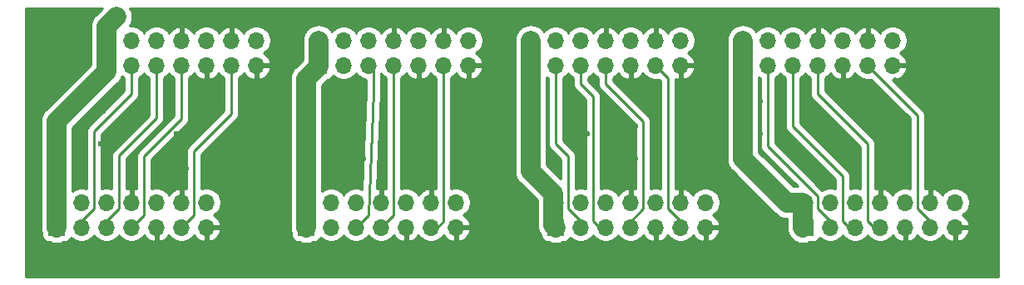
<source format=gbr>
G04 #@! TF.GenerationSoftware,KiCad,Pcbnew,(5.1.5)-3*
G04 #@! TF.CreationDate,2021-06-17T22:22:24-07:00*
G04 #@! TF.ProjectId,Adapter,41646170-7465-4722-9e6b-696361645f70,rev?*
G04 #@! TF.SameCoordinates,Original*
G04 #@! TF.FileFunction,Copper,L1,Top*
G04 #@! TF.FilePolarity,Positive*
%FSLAX46Y46*%
G04 Gerber Fmt 4.6, Leading zero omitted, Abs format (unit mm)*
G04 Created by KiCad (PCBNEW (5.1.5)-3) date 2021-06-17 22:22:24*
%MOMM*%
%LPD*%
G04 APERTURE LIST*
%ADD10R,1.700000X1.700000*%
%ADD11O,1.700000X1.700000*%
%ADD12C,0.600000*%
%ADD13C,2.000000*%
%ADD14C,0.250000*%
%ADD15C,0.254000*%
G04 APERTURE END LIST*
D10*
X222250000Y-160655000D03*
D11*
X222250000Y-158115000D03*
X224790000Y-160655000D03*
X224790000Y-158115000D03*
X227330000Y-160655000D03*
X227330000Y-158115000D03*
X229870000Y-160655000D03*
X229870000Y-158115000D03*
X232410000Y-160655000D03*
X232410000Y-158115000D03*
X234950000Y-160655000D03*
X234950000Y-158115000D03*
X237490000Y-160655000D03*
X237490000Y-158115000D03*
X161290000Y-158115000D03*
X161290000Y-160655000D03*
X158750000Y-158115000D03*
X158750000Y-160655000D03*
X156210000Y-158115000D03*
X156210000Y-160655000D03*
X153670000Y-158115000D03*
X153670000Y-160655000D03*
X151130000Y-158115000D03*
X151130000Y-160655000D03*
X148590000Y-158115000D03*
X148590000Y-160655000D03*
X146050000Y-158115000D03*
D10*
X146050000Y-160655000D03*
D11*
X186690000Y-158115000D03*
X186690000Y-160655000D03*
X184150000Y-158115000D03*
X184150000Y-160655000D03*
X181610000Y-158115000D03*
X181610000Y-160655000D03*
X179070000Y-158115000D03*
X179070000Y-160655000D03*
X176530000Y-158115000D03*
X176530000Y-160655000D03*
X173990000Y-158115000D03*
X173990000Y-160655000D03*
X171450000Y-158115000D03*
D10*
X171450000Y-160655000D03*
X196850000Y-160655000D03*
D11*
X196850000Y-158115000D03*
X199390000Y-160655000D03*
X199390000Y-158115000D03*
X201930000Y-160655000D03*
X201930000Y-158115000D03*
X204470000Y-160655000D03*
X204470000Y-158115000D03*
X207010000Y-160655000D03*
X207010000Y-158115000D03*
X209550000Y-160655000D03*
X209550000Y-158115000D03*
X212090000Y-160655000D03*
X212090000Y-158115000D03*
D10*
X172720000Y-144145000D03*
D11*
X172720000Y-141605000D03*
X175260000Y-144145000D03*
X175260000Y-141605000D03*
X177800000Y-144145000D03*
X177800000Y-141605000D03*
X180340000Y-144145000D03*
X180340000Y-141605000D03*
X182880000Y-144145000D03*
X182880000Y-141605000D03*
X185420000Y-144145000D03*
X185420000Y-141605000D03*
X187960000Y-144145000D03*
X187960000Y-141605000D03*
X209550000Y-141605000D03*
X209550000Y-144145000D03*
X207010000Y-141605000D03*
X207010000Y-144145000D03*
X204470000Y-141605000D03*
X204470000Y-144145000D03*
X201930000Y-141605000D03*
X201930000Y-144145000D03*
X199390000Y-141605000D03*
X199390000Y-144145000D03*
X196850000Y-141605000D03*
X196850000Y-144145000D03*
X194310000Y-141605000D03*
D10*
X194310000Y-144145000D03*
D11*
X231140000Y-141605000D03*
X231140000Y-144145000D03*
X228600000Y-141605000D03*
X228600000Y-144145000D03*
X226060000Y-141605000D03*
X226060000Y-144145000D03*
X223520000Y-141605000D03*
X223520000Y-144145000D03*
X220980000Y-141605000D03*
X220980000Y-144145000D03*
X218440000Y-141605000D03*
X218440000Y-144145000D03*
X215900000Y-141605000D03*
D10*
X215900000Y-144145000D03*
X151130000Y-144145000D03*
D11*
X151130000Y-141605000D03*
X153670000Y-144145000D03*
X153670000Y-141605000D03*
X156210000Y-144145000D03*
X156210000Y-141605000D03*
X158750000Y-144145000D03*
X158750000Y-141605000D03*
X161290000Y-144145000D03*
X161290000Y-141605000D03*
X163830000Y-144145000D03*
X163830000Y-141605000D03*
X166370000Y-144145000D03*
X166370000Y-141605000D03*
D12*
X210058000Y-149352000D03*
X210058000Y-152654000D03*
X217678000Y-147828000D03*
X217678000Y-151130000D03*
X224790000Y-146558000D03*
X224790000Y-149860000D03*
X232410000Y-149606000D03*
X230124000Y-152908000D03*
X230124000Y-149606000D03*
X234950000Y-152908000D03*
X234950000Y-149606000D03*
X236474000Y-152908000D03*
X236474000Y-149606000D03*
X238760000Y-141478000D03*
X240538000Y-145034000D03*
X240538000Y-148336000D03*
X240792000Y-152654000D03*
X240792000Y-155956000D03*
X241046000Y-160528000D03*
X241046000Y-163830000D03*
X216916000Y-163322000D03*
X216916000Y-160020000D03*
X192532000Y-162814000D03*
X192532000Y-159512000D03*
X166878000Y-163068000D03*
X166878000Y-159766000D03*
X166878000Y-153924000D03*
X166878000Y-150622000D03*
X192278000Y-152654000D03*
X192278000Y-149352000D03*
X146304000Y-141986000D03*
X146304000Y-138684000D03*
X153924000Y-154940000D03*
X159258000Y-154686000D03*
X147828000Y-151384000D03*
X147828000Y-154686000D03*
X173228000Y-150368000D03*
X173228000Y-153670000D03*
X179070000Y-150114000D03*
X179070000Y-153416000D03*
X196596000Y-153416000D03*
X197866000Y-150368000D03*
X204978000Y-153670000D03*
X204978000Y-150368000D03*
X200025000Y-151130000D03*
X201676000Y-151130000D03*
X198120000Y-148082000D03*
X150495000Y-152146000D03*
X150749000Y-148844000D03*
X162814000Y-147828000D03*
X224028000Y-151892000D03*
X222250000Y-152908000D03*
X181864000Y-152908000D03*
X182372000Y-148082000D03*
X174625000Y-148082000D03*
X177292000Y-148336000D03*
X157226000Y-147066000D03*
X154178000Y-149606000D03*
X158242000Y-151130000D03*
X177292000Y-153670000D03*
X175897470Y-154024941D03*
D13*
X146050000Y-160655000D02*
X146050000Y-149860000D01*
X151130000Y-144780000D02*
X151130000Y-141605000D01*
X146050000Y-149860000D02*
X151130000Y-144780000D01*
X221996000Y-160655000D02*
X221996000Y-158115000D01*
X196596000Y-157226000D02*
X194310000Y-154940000D01*
X194310000Y-154940000D02*
X194310000Y-141605000D01*
X196850000Y-160655000D02*
X196596000Y-160401000D01*
X196596000Y-160401000D02*
X196596000Y-157226000D01*
X172720000Y-144272000D02*
X172720000Y-141605000D01*
X171450000Y-160655000D02*
X171450000Y-145542000D01*
X171450000Y-145542000D02*
X172720000Y-144272000D01*
X220345000Y-158115000D02*
X221996000Y-158115000D01*
X215900000Y-141605000D02*
X215900000Y-153670000D01*
X215900000Y-153670000D02*
X220345000Y-158115000D01*
X151130000Y-141605000D02*
X151130000Y-140208000D01*
X151130000Y-140208000D02*
X152146000Y-139192000D01*
D14*
X175006000Y-144399000D02*
X175260000Y-144145000D01*
X180340000Y-159385000D02*
X180340000Y-144145000D01*
X179070000Y-160655000D02*
X180340000Y-159385000D01*
X184150000Y-160655000D02*
X184785000Y-160655000D01*
X185420000Y-160020000D02*
X185420000Y-144145000D01*
X184785000Y-160655000D02*
X185420000Y-160020000D01*
X209550000Y-160655000D02*
X209550000Y-160020000D01*
X209550000Y-160020000D02*
X208280000Y-158750000D01*
X208280000Y-145415000D02*
X207010000Y-144145000D01*
X208280000Y-158750000D02*
X208280000Y-145415000D01*
X201930000Y-146050000D02*
X201930000Y-144145000D01*
X205740000Y-158750000D02*
X205740000Y-149860000D01*
X205740000Y-149860000D02*
X201930000Y-146050000D01*
X204470000Y-160655000D02*
X203835000Y-160655000D01*
X203835000Y-160655000D02*
X205740000Y-158750000D01*
X196850000Y-152146000D02*
X196850000Y-144145000D01*
X198120000Y-153416000D02*
X196850000Y-152146000D01*
X199390000Y-160655000D02*
X199390000Y-160020000D01*
X198120000Y-158750000D02*
X198120000Y-153416000D01*
X199390000Y-160020000D02*
X198120000Y-158750000D01*
X234950000Y-160655000D02*
X234950000Y-160020000D01*
X234950000Y-160020000D02*
X233680000Y-158750000D01*
X233680000Y-149225000D02*
X228600000Y-144145000D01*
X233680000Y-158750000D02*
X233680000Y-149225000D01*
X228600000Y-152146000D02*
X223520000Y-147066000D01*
X223520000Y-147066000D02*
X223520000Y-144145000D01*
X229870000Y-160655000D02*
X229235000Y-160655000D01*
X228600000Y-160020000D02*
X228600000Y-152146000D01*
X229235000Y-160655000D02*
X228600000Y-160020000D01*
X224790000Y-160655000D02*
X224790000Y-160020000D01*
X224790000Y-160020000D02*
X223520000Y-158750000D01*
X223520000Y-158750000D02*
X223520000Y-157480000D01*
X218440000Y-152400000D02*
X218440000Y-144145000D01*
X223520000Y-157480000D02*
X218440000Y-152400000D01*
X153670000Y-147066000D02*
X153670000Y-144145000D01*
X149860000Y-150876000D02*
X153670000Y-147066000D01*
X149860000Y-158750000D02*
X149860000Y-150876000D01*
X148590000Y-160655000D02*
X148590000Y-160020000D01*
X148590000Y-160020000D02*
X149860000Y-158750000D01*
X158750000Y-149606000D02*
X158750000Y-144145000D01*
X154940000Y-153416000D02*
X158750000Y-149606000D01*
X153670000Y-160655000D02*
X154940000Y-159385000D01*
X154940000Y-159385000D02*
X154940000Y-153416000D01*
X163830000Y-149098000D02*
X163830000Y-144145000D01*
X160020000Y-152908000D02*
X163830000Y-149098000D01*
X158750000Y-160655000D02*
X160020000Y-159385000D01*
X160020000Y-159385000D02*
X160020000Y-152908000D01*
X201930000Y-160655000D02*
X201295000Y-160655000D01*
X201295000Y-160655000D02*
X200660000Y-160020000D01*
X200660000Y-160020000D02*
X200660000Y-147320000D01*
X199390000Y-146050000D02*
X199390000Y-144145000D01*
X200660000Y-147320000D02*
X199390000Y-146050000D01*
X220980000Y-150368000D02*
X220980000Y-144145000D01*
X226060000Y-160020000D02*
X226060000Y-155448000D01*
X227330000Y-160655000D02*
X226695000Y-160655000D01*
X226060000Y-155448000D02*
X220980000Y-150368000D01*
X226695000Y-160655000D02*
X226060000Y-160020000D01*
X152400000Y-153352500D02*
X156210000Y-149542500D01*
X156210000Y-149542500D02*
X156210000Y-144145000D01*
X152400000Y-158750000D02*
X152400000Y-153352500D01*
X151130000Y-160655000D02*
X151130000Y-160020000D01*
X151130000Y-160020000D02*
X152400000Y-158750000D01*
X177800000Y-159385000D02*
X178308000Y-146812000D01*
X176530000Y-160655000D02*
X177800000Y-159385000D01*
X178308000Y-144653000D02*
X177800000Y-144145000D01*
X178308000Y-146812000D02*
X178308000Y-144653000D01*
D15*
G36*
X150030682Y-138995080D02*
G01*
X149968287Y-139046286D01*
X149763970Y-139295248D01*
X149612148Y-139579286D01*
X149573761Y-139705833D01*
X149518657Y-139887484D01*
X149498992Y-140087148D01*
X149487089Y-140208000D01*
X149495000Y-140288319D01*
X149495000Y-141685321D01*
X149495001Y-141685331D01*
X149495000Y-144102761D01*
X144950682Y-148647080D01*
X144888287Y-148698286D01*
X144804219Y-148800724D01*
X144683970Y-148947248D01*
X144532148Y-149231286D01*
X144438658Y-149539484D01*
X144407089Y-149860000D01*
X144415001Y-149940329D01*
X144415000Y-160735321D01*
X144438657Y-160975515D01*
X144532148Y-161283714D01*
X144561928Y-161339428D01*
X144561928Y-161505000D01*
X144574188Y-161629482D01*
X144610498Y-161749180D01*
X144669463Y-161859494D01*
X144748815Y-161956185D01*
X144845506Y-162035537D01*
X144955820Y-162094502D01*
X145075518Y-162130812D01*
X145200000Y-162143072D01*
X145365571Y-162143072D01*
X145421285Y-162172852D01*
X145729484Y-162266343D01*
X146050000Y-162297911D01*
X146370515Y-162266343D01*
X146678714Y-162172852D01*
X146734428Y-162143072D01*
X146900000Y-162143072D01*
X147024482Y-162130812D01*
X147144180Y-162094502D01*
X147254494Y-162035537D01*
X147351185Y-161956185D01*
X147430537Y-161859494D01*
X147489502Y-161749180D01*
X147511513Y-161676620D01*
X147643368Y-161808475D01*
X147886589Y-161970990D01*
X148156842Y-162082932D01*
X148443740Y-162140000D01*
X148736260Y-162140000D01*
X149023158Y-162082932D01*
X149293411Y-161970990D01*
X149536632Y-161808475D01*
X149743475Y-161601632D01*
X149860000Y-161427240D01*
X149976525Y-161601632D01*
X150183368Y-161808475D01*
X150426589Y-161970990D01*
X150696842Y-162082932D01*
X150983740Y-162140000D01*
X151276260Y-162140000D01*
X151563158Y-162082932D01*
X151833411Y-161970990D01*
X152076632Y-161808475D01*
X152283475Y-161601632D01*
X152400000Y-161427240D01*
X152516525Y-161601632D01*
X152723368Y-161808475D01*
X152966589Y-161970990D01*
X153236842Y-162082932D01*
X153523740Y-162140000D01*
X153816260Y-162140000D01*
X154103158Y-162082932D01*
X154373411Y-161970990D01*
X154616632Y-161808475D01*
X154823475Y-161601632D01*
X154945195Y-161419466D01*
X155014822Y-161536355D01*
X155209731Y-161752588D01*
X155443080Y-161926641D01*
X155705901Y-162051825D01*
X155853110Y-162096476D01*
X156083000Y-161975155D01*
X156083000Y-160782000D01*
X156063000Y-160782000D01*
X156063000Y-160528000D01*
X156083000Y-160528000D01*
X156083000Y-160508000D01*
X156337000Y-160508000D01*
X156337000Y-160528000D01*
X156357000Y-160528000D01*
X156357000Y-160782000D01*
X156337000Y-160782000D01*
X156337000Y-161975155D01*
X156566890Y-162096476D01*
X156714099Y-162051825D01*
X156976920Y-161926641D01*
X157210269Y-161752588D01*
X157405178Y-161536355D01*
X157474805Y-161419466D01*
X157596525Y-161601632D01*
X157803368Y-161808475D01*
X158046589Y-161970990D01*
X158316842Y-162082932D01*
X158603740Y-162140000D01*
X158896260Y-162140000D01*
X159183158Y-162082932D01*
X159453411Y-161970990D01*
X159696632Y-161808475D01*
X159903475Y-161601632D01*
X160025195Y-161419466D01*
X160094822Y-161536355D01*
X160289731Y-161752588D01*
X160523080Y-161926641D01*
X160785901Y-162051825D01*
X160933110Y-162096476D01*
X161163000Y-161975155D01*
X161163000Y-160782000D01*
X161417000Y-160782000D01*
X161417000Y-161975155D01*
X161646890Y-162096476D01*
X161794099Y-162051825D01*
X162056920Y-161926641D01*
X162290269Y-161752588D01*
X162485178Y-161536355D01*
X162634157Y-161286252D01*
X162731481Y-161011891D01*
X162610814Y-160782000D01*
X161417000Y-160782000D01*
X161163000Y-160782000D01*
X161143000Y-160782000D01*
X161143000Y-160528000D01*
X161163000Y-160528000D01*
X161163000Y-160508000D01*
X161417000Y-160508000D01*
X161417000Y-160528000D01*
X162610814Y-160528000D01*
X162731481Y-160298109D01*
X162634157Y-160023748D01*
X162485178Y-159773645D01*
X162290269Y-159557412D01*
X162060594Y-159386100D01*
X162236632Y-159268475D01*
X162443475Y-159061632D01*
X162605990Y-158818411D01*
X162717932Y-158548158D01*
X162775000Y-158261260D01*
X162775000Y-157968740D01*
X162717932Y-157681842D01*
X162605990Y-157411589D01*
X162443475Y-157168368D01*
X162236632Y-156961525D01*
X161993411Y-156799010D01*
X161723158Y-156687068D01*
X161436260Y-156630000D01*
X161143740Y-156630000D01*
X160856842Y-156687068D01*
X160780000Y-156718897D01*
X160780000Y-153222801D01*
X164341004Y-149661798D01*
X164370001Y-149638001D01*
X164464974Y-149522276D01*
X164535546Y-149390247D01*
X164579003Y-149246986D01*
X164590000Y-149135333D01*
X164590000Y-149135325D01*
X164593676Y-149098000D01*
X164590000Y-149060675D01*
X164590000Y-145423178D01*
X164776632Y-145298475D01*
X164983475Y-145091632D01*
X165105195Y-144909466D01*
X165174822Y-145026355D01*
X165369731Y-145242588D01*
X165603080Y-145416641D01*
X165865901Y-145541825D01*
X166013110Y-145586476D01*
X166243000Y-145465155D01*
X166243000Y-144272000D01*
X166497000Y-144272000D01*
X166497000Y-145465155D01*
X166726890Y-145586476D01*
X166873522Y-145542000D01*
X169807089Y-145542000D01*
X169815001Y-145622329D01*
X169815000Y-160735321D01*
X169838657Y-160975515D01*
X169932148Y-161283714D01*
X169961928Y-161339428D01*
X169961928Y-161505000D01*
X169974188Y-161629482D01*
X170010498Y-161749180D01*
X170069463Y-161859494D01*
X170148815Y-161956185D01*
X170245506Y-162035537D01*
X170355820Y-162094502D01*
X170475518Y-162130812D01*
X170600000Y-162143072D01*
X170765571Y-162143072D01*
X170821285Y-162172852D01*
X171129484Y-162266343D01*
X171450000Y-162297911D01*
X171770515Y-162266343D01*
X172078714Y-162172852D01*
X172134428Y-162143072D01*
X172300000Y-162143072D01*
X172424482Y-162130812D01*
X172544180Y-162094502D01*
X172654494Y-162035537D01*
X172751185Y-161956185D01*
X172830537Y-161859494D01*
X172889502Y-161749180D01*
X172911513Y-161676620D01*
X173043368Y-161808475D01*
X173286589Y-161970990D01*
X173556842Y-162082932D01*
X173843740Y-162140000D01*
X174136260Y-162140000D01*
X174423158Y-162082932D01*
X174693411Y-161970990D01*
X174936632Y-161808475D01*
X175143475Y-161601632D01*
X175260000Y-161427240D01*
X175376525Y-161601632D01*
X175583368Y-161808475D01*
X175826589Y-161970990D01*
X176096842Y-162082932D01*
X176383740Y-162140000D01*
X176676260Y-162140000D01*
X176963158Y-162082932D01*
X177233411Y-161970990D01*
X177476632Y-161808475D01*
X177683475Y-161601632D01*
X177800000Y-161427240D01*
X177916525Y-161601632D01*
X178123368Y-161808475D01*
X178366589Y-161970990D01*
X178636842Y-162082932D01*
X178923740Y-162140000D01*
X179216260Y-162140000D01*
X179503158Y-162082932D01*
X179773411Y-161970990D01*
X180016632Y-161808475D01*
X180223475Y-161601632D01*
X180345195Y-161419466D01*
X180414822Y-161536355D01*
X180609731Y-161752588D01*
X180843080Y-161926641D01*
X181105901Y-162051825D01*
X181253110Y-162096476D01*
X181483000Y-161975155D01*
X181483000Y-160782000D01*
X181463000Y-160782000D01*
X181463000Y-160528000D01*
X181483000Y-160528000D01*
X181483000Y-160508000D01*
X181737000Y-160508000D01*
X181737000Y-160528000D01*
X181757000Y-160528000D01*
X181757000Y-160782000D01*
X181737000Y-160782000D01*
X181737000Y-161975155D01*
X181966890Y-162096476D01*
X182114099Y-162051825D01*
X182376920Y-161926641D01*
X182610269Y-161752588D01*
X182805178Y-161536355D01*
X182874805Y-161419466D01*
X182996525Y-161601632D01*
X183203368Y-161808475D01*
X183446589Y-161970990D01*
X183716842Y-162082932D01*
X184003740Y-162140000D01*
X184296260Y-162140000D01*
X184583158Y-162082932D01*
X184853411Y-161970990D01*
X185096632Y-161808475D01*
X185303475Y-161601632D01*
X185425195Y-161419466D01*
X185494822Y-161536355D01*
X185689731Y-161752588D01*
X185923080Y-161926641D01*
X186185901Y-162051825D01*
X186333110Y-162096476D01*
X186563000Y-161975155D01*
X186563000Y-160782000D01*
X186817000Y-160782000D01*
X186817000Y-161975155D01*
X187046890Y-162096476D01*
X187194099Y-162051825D01*
X187456920Y-161926641D01*
X187690269Y-161752588D01*
X187885178Y-161536355D01*
X188034157Y-161286252D01*
X188131481Y-161011891D01*
X188010814Y-160782000D01*
X186817000Y-160782000D01*
X186563000Y-160782000D01*
X186543000Y-160782000D01*
X186543000Y-160528000D01*
X186563000Y-160528000D01*
X186563000Y-160508000D01*
X186817000Y-160508000D01*
X186817000Y-160528000D01*
X188010814Y-160528000D01*
X188131481Y-160298109D01*
X188034157Y-160023748D01*
X187885178Y-159773645D01*
X187690269Y-159557412D01*
X187460594Y-159386100D01*
X187636632Y-159268475D01*
X187843475Y-159061632D01*
X188005990Y-158818411D01*
X188117932Y-158548158D01*
X188175000Y-158261260D01*
X188175000Y-157968740D01*
X188117932Y-157681842D01*
X188005990Y-157411589D01*
X187843475Y-157168368D01*
X187636632Y-156961525D01*
X187393411Y-156799010D01*
X187123158Y-156687068D01*
X186836260Y-156630000D01*
X186543740Y-156630000D01*
X186256842Y-156687068D01*
X186180000Y-156718897D01*
X186180000Y-154940000D01*
X192667089Y-154940000D01*
X192675000Y-155020319D01*
X192675000Y-155020321D01*
X192698657Y-155260515D01*
X192792148Y-155568714D01*
X192943969Y-155852751D01*
X193148286Y-156101714D01*
X193210687Y-156152925D01*
X194961001Y-157903240D01*
X194961000Y-160320680D01*
X194953089Y-160401000D01*
X194961000Y-160481319D01*
X194961000Y-160481321D01*
X194984657Y-160721515D01*
X195078148Y-161029714D01*
X195229969Y-161313751D01*
X195361928Y-161474545D01*
X195361928Y-161505000D01*
X195374188Y-161629482D01*
X195410498Y-161749180D01*
X195469463Y-161859494D01*
X195548815Y-161956185D01*
X195645506Y-162035537D01*
X195755820Y-162094502D01*
X195875518Y-162130812D01*
X196000000Y-162143072D01*
X196165573Y-162143072D01*
X196221286Y-162172851D01*
X196529484Y-162266342D01*
X196849999Y-162297911D01*
X197170516Y-162266342D01*
X197478714Y-162172851D01*
X197534427Y-162143072D01*
X197700000Y-162143072D01*
X197824482Y-162130812D01*
X197944180Y-162094502D01*
X198054494Y-162035537D01*
X198151185Y-161956185D01*
X198230537Y-161859494D01*
X198289502Y-161749180D01*
X198311513Y-161676620D01*
X198443368Y-161808475D01*
X198686589Y-161970990D01*
X198956842Y-162082932D01*
X199243740Y-162140000D01*
X199536260Y-162140000D01*
X199823158Y-162082932D01*
X200093411Y-161970990D01*
X200336632Y-161808475D01*
X200543475Y-161601632D01*
X200660000Y-161427240D01*
X200776525Y-161601632D01*
X200983368Y-161808475D01*
X201226589Y-161970990D01*
X201496842Y-162082932D01*
X201783740Y-162140000D01*
X202076260Y-162140000D01*
X202363158Y-162082932D01*
X202633411Y-161970990D01*
X202876632Y-161808475D01*
X203083475Y-161601632D01*
X203200000Y-161427240D01*
X203316525Y-161601632D01*
X203523368Y-161808475D01*
X203766589Y-161970990D01*
X204036842Y-162082932D01*
X204323740Y-162140000D01*
X204616260Y-162140000D01*
X204903158Y-162082932D01*
X205173411Y-161970990D01*
X205416632Y-161808475D01*
X205623475Y-161601632D01*
X205745195Y-161419466D01*
X205814822Y-161536355D01*
X206009731Y-161752588D01*
X206243080Y-161926641D01*
X206505901Y-162051825D01*
X206653110Y-162096476D01*
X206883000Y-161975155D01*
X206883000Y-160782000D01*
X206863000Y-160782000D01*
X206863000Y-160528000D01*
X206883000Y-160528000D01*
X206883000Y-160508000D01*
X207137000Y-160508000D01*
X207137000Y-160528000D01*
X207157000Y-160528000D01*
X207157000Y-160782000D01*
X207137000Y-160782000D01*
X207137000Y-161975155D01*
X207366890Y-162096476D01*
X207514099Y-162051825D01*
X207776920Y-161926641D01*
X208010269Y-161752588D01*
X208205178Y-161536355D01*
X208274805Y-161419466D01*
X208396525Y-161601632D01*
X208603368Y-161808475D01*
X208846589Y-161970990D01*
X209116842Y-162082932D01*
X209403740Y-162140000D01*
X209696260Y-162140000D01*
X209983158Y-162082932D01*
X210253411Y-161970990D01*
X210496632Y-161808475D01*
X210703475Y-161601632D01*
X210825195Y-161419466D01*
X210894822Y-161536355D01*
X211089731Y-161752588D01*
X211323080Y-161926641D01*
X211585901Y-162051825D01*
X211733110Y-162096476D01*
X211963000Y-161975155D01*
X211963000Y-160782000D01*
X212217000Y-160782000D01*
X212217000Y-161975155D01*
X212446890Y-162096476D01*
X212594099Y-162051825D01*
X212856920Y-161926641D01*
X213090269Y-161752588D01*
X213285178Y-161536355D01*
X213434157Y-161286252D01*
X213531481Y-161011891D01*
X213410814Y-160782000D01*
X212217000Y-160782000D01*
X211963000Y-160782000D01*
X211943000Y-160782000D01*
X211943000Y-160528000D01*
X211963000Y-160528000D01*
X211963000Y-160508000D01*
X212217000Y-160508000D01*
X212217000Y-160528000D01*
X213410814Y-160528000D01*
X213531481Y-160298109D01*
X213434157Y-160023748D01*
X213285178Y-159773645D01*
X213090269Y-159557412D01*
X212860594Y-159386100D01*
X213036632Y-159268475D01*
X213243475Y-159061632D01*
X213405990Y-158818411D01*
X213517932Y-158548158D01*
X213575000Y-158261260D01*
X213575000Y-157968740D01*
X213517932Y-157681842D01*
X213405990Y-157411589D01*
X213243475Y-157168368D01*
X213036632Y-156961525D01*
X212793411Y-156799010D01*
X212523158Y-156687068D01*
X212236260Y-156630000D01*
X211943740Y-156630000D01*
X211656842Y-156687068D01*
X211386589Y-156799010D01*
X211143368Y-156961525D01*
X210936525Y-157168368D01*
X210814805Y-157350534D01*
X210745178Y-157233645D01*
X210550269Y-157017412D01*
X210316920Y-156843359D01*
X210054099Y-156718175D01*
X209906890Y-156673524D01*
X209677000Y-156794845D01*
X209677000Y-157988000D01*
X209697000Y-157988000D01*
X209697000Y-158242000D01*
X209677000Y-158242000D01*
X209677000Y-158262000D01*
X209423000Y-158262000D01*
X209423000Y-158242000D01*
X209403000Y-158242000D01*
X209403000Y-157988000D01*
X209423000Y-157988000D01*
X209423000Y-156794845D01*
X209193110Y-156673524D01*
X209045901Y-156718175D01*
X209040000Y-156720986D01*
X209040000Y-153670000D01*
X214257089Y-153670000D01*
X214288658Y-153990516D01*
X214382148Y-154298714D01*
X214382149Y-154298715D01*
X214533970Y-154582752D01*
X214738287Y-154831714D01*
X214800682Y-154882920D01*
X219132080Y-159214319D01*
X219183286Y-159276714D01*
X219432248Y-159481031D01*
X219716285Y-159632852D01*
X220024484Y-159726343D01*
X220264678Y-159750000D01*
X220264680Y-159750000D01*
X220344999Y-159757911D01*
X220361000Y-159756335D01*
X220361000Y-160735321D01*
X220384657Y-160975515D01*
X220478148Y-161283714D01*
X220629969Y-161567751D01*
X220834286Y-161816714D01*
X220856216Y-161834712D01*
X220869463Y-161859494D01*
X220948815Y-161956185D01*
X221045506Y-162035537D01*
X221155820Y-162094502D01*
X221275518Y-162130812D01*
X221291596Y-162132396D01*
X221367285Y-162172852D01*
X221675484Y-162266343D01*
X221996000Y-162297911D01*
X222316515Y-162266343D01*
X222624714Y-162172852D01*
X222680428Y-162143072D01*
X223100000Y-162143072D01*
X223224482Y-162130812D01*
X223344180Y-162094502D01*
X223454494Y-162035537D01*
X223551185Y-161956185D01*
X223630537Y-161859494D01*
X223689502Y-161749180D01*
X223711513Y-161676620D01*
X223843368Y-161808475D01*
X224086589Y-161970990D01*
X224356842Y-162082932D01*
X224643740Y-162140000D01*
X224936260Y-162140000D01*
X225223158Y-162082932D01*
X225493411Y-161970990D01*
X225736632Y-161808475D01*
X225943475Y-161601632D01*
X226060000Y-161427240D01*
X226176525Y-161601632D01*
X226383368Y-161808475D01*
X226626589Y-161970990D01*
X226896842Y-162082932D01*
X227183740Y-162140000D01*
X227476260Y-162140000D01*
X227763158Y-162082932D01*
X228033411Y-161970990D01*
X228276632Y-161808475D01*
X228483475Y-161601632D01*
X228600000Y-161427240D01*
X228716525Y-161601632D01*
X228923368Y-161808475D01*
X229166589Y-161970990D01*
X229436842Y-162082932D01*
X229723740Y-162140000D01*
X230016260Y-162140000D01*
X230303158Y-162082932D01*
X230573411Y-161970990D01*
X230816632Y-161808475D01*
X231023475Y-161601632D01*
X231145195Y-161419466D01*
X231214822Y-161536355D01*
X231409731Y-161752588D01*
X231643080Y-161926641D01*
X231905901Y-162051825D01*
X232053110Y-162096476D01*
X232283000Y-161975155D01*
X232283000Y-160782000D01*
X232263000Y-160782000D01*
X232263000Y-160528000D01*
X232283000Y-160528000D01*
X232283000Y-160508000D01*
X232537000Y-160508000D01*
X232537000Y-160528000D01*
X232557000Y-160528000D01*
X232557000Y-160782000D01*
X232537000Y-160782000D01*
X232537000Y-161975155D01*
X232766890Y-162096476D01*
X232914099Y-162051825D01*
X233176920Y-161926641D01*
X233410269Y-161752588D01*
X233605178Y-161536355D01*
X233674805Y-161419466D01*
X233796525Y-161601632D01*
X234003368Y-161808475D01*
X234246589Y-161970990D01*
X234516842Y-162082932D01*
X234803740Y-162140000D01*
X235096260Y-162140000D01*
X235383158Y-162082932D01*
X235653411Y-161970990D01*
X235896632Y-161808475D01*
X236103475Y-161601632D01*
X236225195Y-161419466D01*
X236294822Y-161536355D01*
X236489731Y-161752588D01*
X236723080Y-161926641D01*
X236985901Y-162051825D01*
X237133110Y-162096476D01*
X237363000Y-161975155D01*
X237363000Y-160782000D01*
X237617000Y-160782000D01*
X237617000Y-161975155D01*
X237846890Y-162096476D01*
X237994099Y-162051825D01*
X238256920Y-161926641D01*
X238490269Y-161752588D01*
X238685178Y-161536355D01*
X238834157Y-161286252D01*
X238931481Y-161011891D01*
X238810814Y-160782000D01*
X237617000Y-160782000D01*
X237363000Y-160782000D01*
X237343000Y-160782000D01*
X237343000Y-160528000D01*
X237363000Y-160528000D01*
X237363000Y-160508000D01*
X237617000Y-160508000D01*
X237617000Y-160528000D01*
X238810814Y-160528000D01*
X238931481Y-160298109D01*
X238834157Y-160023748D01*
X238685178Y-159773645D01*
X238490269Y-159557412D01*
X238260594Y-159386100D01*
X238436632Y-159268475D01*
X238643475Y-159061632D01*
X238805990Y-158818411D01*
X238917932Y-158548158D01*
X238975000Y-158261260D01*
X238975000Y-157968740D01*
X238917932Y-157681842D01*
X238805990Y-157411589D01*
X238643475Y-157168368D01*
X238436632Y-156961525D01*
X238193411Y-156799010D01*
X237923158Y-156687068D01*
X237636260Y-156630000D01*
X237343740Y-156630000D01*
X237056842Y-156687068D01*
X236786589Y-156799010D01*
X236543368Y-156961525D01*
X236336525Y-157168368D01*
X236214805Y-157350534D01*
X236145178Y-157233645D01*
X235950269Y-157017412D01*
X235716920Y-156843359D01*
X235454099Y-156718175D01*
X235306890Y-156673524D01*
X235077000Y-156794845D01*
X235077000Y-157988000D01*
X235097000Y-157988000D01*
X235097000Y-158242000D01*
X235077000Y-158242000D01*
X235077000Y-158262000D01*
X234823000Y-158262000D01*
X234823000Y-158242000D01*
X234803000Y-158242000D01*
X234803000Y-157988000D01*
X234823000Y-157988000D01*
X234823000Y-156794845D01*
X234593110Y-156673524D01*
X234445901Y-156718175D01*
X234440000Y-156720986D01*
X234440000Y-149262323D01*
X234443676Y-149225000D01*
X234440000Y-149187677D01*
X234440000Y-149187667D01*
X234429003Y-149076014D01*
X234385546Y-148932753D01*
X234317663Y-148805754D01*
X234314974Y-148800723D01*
X234243799Y-148713997D01*
X234220001Y-148684999D01*
X234191003Y-148661201D01*
X231159801Y-145630000D01*
X231267002Y-145630000D01*
X231267002Y-145465156D01*
X231496890Y-145586476D01*
X231644099Y-145541825D01*
X231906920Y-145416641D01*
X232140269Y-145242588D01*
X232335178Y-145026355D01*
X232484157Y-144776252D01*
X232581481Y-144501891D01*
X232460814Y-144272000D01*
X231267000Y-144272000D01*
X231267000Y-144292000D01*
X231013000Y-144292000D01*
X231013000Y-144272000D01*
X230993000Y-144272000D01*
X230993000Y-144018000D01*
X231013000Y-144018000D01*
X231013000Y-143998000D01*
X231267000Y-143998000D01*
X231267000Y-144018000D01*
X232460814Y-144018000D01*
X232581481Y-143788109D01*
X232484157Y-143513748D01*
X232335178Y-143263645D01*
X232140269Y-143047412D01*
X231910594Y-142876100D01*
X232086632Y-142758475D01*
X232293475Y-142551632D01*
X232455990Y-142308411D01*
X232567932Y-142038158D01*
X232625000Y-141751260D01*
X232625000Y-141458740D01*
X232567932Y-141171842D01*
X232455990Y-140901589D01*
X232293475Y-140658368D01*
X232086632Y-140451525D01*
X231843411Y-140289010D01*
X231573158Y-140177068D01*
X231286260Y-140120000D01*
X230993740Y-140120000D01*
X230706842Y-140177068D01*
X230436589Y-140289010D01*
X230193368Y-140451525D01*
X229986525Y-140658368D01*
X229864805Y-140840534D01*
X229795178Y-140723645D01*
X229600269Y-140507412D01*
X229366920Y-140333359D01*
X229104099Y-140208175D01*
X228956890Y-140163524D01*
X228727000Y-140284845D01*
X228727000Y-141478000D01*
X228747000Y-141478000D01*
X228747000Y-141732000D01*
X228727000Y-141732000D01*
X228727000Y-141752000D01*
X228473000Y-141752000D01*
X228473000Y-141732000D01*
X228453000Y-141732000D01*
X228453000Y-141478000D01*
X228473000Y-141478000D01*
X228473000Y-140284845D01*
X228243110Y-140163524D01*
X228095901Y-140208175D01*
X227833080Y-140333359D01*
X227599731Y-140507412D01*
X227404822Y-140723645D01*
X227335195Y-140840534D01*
X227213475Y-140658368D01*
X227006632Y-140451525D01*
X226763411Y-140289010D01*
X226493158Y-140177068D01*
X226206260Y-140120000D01*
X225913740Y-140120000D01*
X225626842Y-140177068D01*
X225356589Y-140289010D01*
X225113368Y-140451525D01*
X224906525Y-140658368D01*
X224784805Y-140840534D01*
X224715178Y-140723645D01*
X224520269Y-140507412D01*
X224286920Y-140333359D01*
X224024099Y-140208175D01*
X223876890Y-140163524D01*
X223647000Y-140284845D01*
X223647000Y-141478000D01*
X223667000Y-141478000D01*
X223667000Y-141732000D01*
X223647000Y-141732000D01*
X223647000Y-141752000D01*
X223393000Y-141752000D01*
X223393000Y-141732000D01*
X223373000Y-141732000D01*
X223373000Y-141478000D01*
X223393000Y-141478000D01*
X223393000Y-140284845D01*
X223163110Y-140163524D01*
X223015901Y-140208175D01*
X222753080Y-140333359D01*
X222519731Y-140507412D01*
X222324822Y-140723645D01*
X222255195Y-140840534D01*
X222133475Y-140658368D01*
X221926632Y-140451525D01*
X221683411Y-140289010D01*
X221413158Y-140177068D01*
X221126260Y-140120000D01*
X220833740Y-140120000D01*
X220546842Y-140177068D01*
X220276589Y-140289010D01*
X220033368Y-140451525D01*
X219826525Y-140658368D01*
X219710000Y-140832760D01*
X219593475Y-140658368D01*
X219386632Y-140451525D01*
X219143411Y-140289010D01*
X218873158Y-140177068D01*
X218586260Y-140120000D01*
X218293740Y-140120000D01*
X218006842Y-140177068D01*
X217736589Y-140289010D01*
X217493368Y-140451525D01*
X217286525Y-140658368D01*
X217264849Y-140690808D01*
X217061714Y-140443286D01*
X216812751Y-140238969D01*
X216528714Y-140087148D01*
X216220515Y-139993657D01*
X215900000Y-139962089D01*
X215579484Y-139993657D01*
X215271285Y-140087148D01*
X214987248Y-140238969D01*
X214738286Y-140443286D01*
X214533969Y-140692249D01*
X214382148Y-140976286D01*
X214288657Y-141284485D01*
X214265000Y-141524679D01*
X214265001Y-153589671D01*
X214257089Y-153670000D01*
X209040000Y-153670000D01*
X209040000Y-145539014D01*
X209045901Y-145541825D01*
X209193110Y-145586476D01*
X209423000Y-145465155D01*
X209423000Y-144272000D01*
X209677000Y-144272000D01*
X209677000Y-145465155D01*
X209906890Y-145586476D01*
X210054099Y-145541825D01*
X210316920Y-145416641D01*
X210550269Y-145242588D01*
X210745178Y-145026355D01*
X210894157Y-144776252D01*
X210991481Y-144501891D01*
X210870814Y-144272000D01*
X209677000Y-144272000D01*
X209423000Y-144272000D01*
X209403000Y-144272000D01*
X209403000Y-144018000D01*
X209423000Y-144018000D01*
X209423000Y-143998000D01*
X209677000Y-143998000D01*
X209677000Y-144018000D01*
X210870814Y-144018000D01*
X210991481Y-143788109D01*
X210894157Y-143513748D01*
X210745178Y-143263645D01*
X210550269Y-143047412D01*
X210320594Y-142876100D01*
X210496632Y-142758475D01*
X210703475Y-142551632D01*
X210865990Y-142308411D01*
X210977932Y-142038158D01*
X211035000Y-141751260D01*
X211035000Y-141458740D01*
X210977932Y-141171842D01*
X210865990Y-140901589D01*
X210703475Y-140658368D01*
X210496632Y-140451525D01*
X210253411Y-140289010D01*
X209983158Y-140177068D01*
X209696260Y-140120000D01*
X209403740Y-140120000D01*
X209116842Y-140177068D01*
X208846589Y-140289010D01*
X208603368Y-140451525D01*
X208396525Y-140658368D01*
X208274805Y-140840534D01*
X208205178Y-140723645D01*
X208010269Y-140507412D01*
X207776920Y-140333359D01*
X207514099Y-140208175D01*
X207366890Y-140163524D01*
X207137000Y-140284845D01*
X207137000Y-141478000D01*
X207157000Y-141478000D01*
X207157000Y-141732000D01*
X207137000Y-141732000D01*
X207137000Y-141752000D01*
X206883000Y-141752000D01*
X206883000Y-141732000D01*
X206863000Y-141732000D01*
X206863000Y-141478000D01*
X206883000Y-141478000D01*
X206883000Y-140284845D01*
X206653110Y-140163524D01*
X206505901Y-140208175D01*
X206243080Y-140333359D01*
X206009731Y-140507412D01*
X205814822Y-140723645D01*
X205745195Y-140840534D01*
X205623475Y-140658368D01*
X205416632Y-140451525D01*
X205173411Y-140289010D01*
X204903158Y-140177068D01*
X204616260Y-140120000D01*
X204323740Y-140120000D01*
X204036842Y-140177068D01*
X203766589Y-140289010D01*
X203523368Y-140451525D01*
X203316525Y-140658368D01*
X203194805Y-140840534D01*
X203125178Y-140723645D01*
X202930269Y-140507412D01*
X202696920Y-140333359D01*
X202434099Y-140208175D01*
X202286890Y-140163524D01*
X202057000Y-140284845D01*
X202057000Y-141478000D01*
X202077000Y-141478000D01*
X202077000Y-141732000D01*
X202057000Y-141732000D01*
X202057000Y-141752000D01*
X201803000Y-141752000D01*
X201803000Y-141732000D01*
X201783000Y-141732000D01*
X201783000Y-141478000D01*
X201803000Y-141478000D01*
X201803000Y-140284845D01*
X201573110Y-140163524D01*
X201425901Y-140208175D01*
X201163080Y-140333359D01*
X200929731Y-140507412D01*
X200734822Y-140723645D01*
X200665195Y-140840534D01*
X200543475Y-140658368D01*
X200336632Y-140451525D01*
X200093411Y-140289010D01*
X199823158Y-140177068D01*
X199536260Y-140120000D01*
X199243740Y-140120000D01*
X198956842Y-140177068D01*
X198686589Y-140289010D01*
X198443368Y-140451525D01*
X198236525Y-140658368D01*
X198120000Y-140832760D01*
X198003475Y-140658368D01*
X197796632Y-140451525D01*
X197553411Y-140289010D01*
X197283158Y-140177068D01*
X196996260Y-140120000D01*
X196703740Y-140120000D01*
X196416842Y-140177068D01*
X196146589Y-140289010D01*
X195903368Y-140451525D01*
X195696525Y-140658368D01*
X195674849Y-140690808D01*
X195471714Y-140443286D01*
X195222752Y-140238969D01*
X194938715Y-140087148D01*
X194630516Y-139993657D01*
X194310000Y-139962089D01*
X193989485Y-139993657D01*
X193681286Y-140087148D01*
X193397249Y-140238969D01*
X193148287Y-140443286D01*
X192943970Y-140692248D01*
X192792149Y-140976285D01*
X192698658Y-141284484D01*
X192675001Y-141524678D01*
X192675000Y-154859681D01*
X192667089Y-154940000D01*
X186180000Y-154940000D01*
X186180000Y-145423178D01*
X186366632Y-145298475D01*
X186573475Y-145091632D01*
X186695195Y-144909466D01*
X186764822Y-145026355D01*
X186959731Y-145242588D01*
X187193080Y-145416641D01*
X187455901Y-145541825D01*
X187603110Y-145586476D01*
X187833000Y-145465155D01*
X187833000Y-144272000D01*
X188087000Y-144272000D01*
X188087000Y-145465155D01*
X188316890Y-145586476D01*
X188464099Y-145541825D01*
X188726920Y-145416641D01*
X188960269Y-145242588D01*
X189155178Y-145026355D01*
X189304157Y-144776252D01*
X189401481Y-144501891D01*
X189280814Y-144272000D01*
X188087000Y-144272000D01*
X187833000Y-144272000D01*
X187813000Y-144272000D01*
X187813000Y-144018000D01*
X187833000Y-144018000D01*
X187833000Y-143998000D01*
X188087000Y-143998000D01*
X188087000Y-144018000D01*
X189280814Y-144018000D01*
X189401481Y-143788109D01*
X189304157Y-143513748D01*
X189155178Y-143263645D01*
X188960269Y-143047412D01*
X188730594Y-142876100D01*
X188906632Y-142758475D01*
X189113475Y-142551632D01*
X189275990Y-142308411D01*
X189387932Y-142038158D01*
X189445000Y-141751260D01*
X189445000Y-141458740D01*
X189387932Y-141171842D01*
X189275990Y-140901589D01*
X189113475Y-140658368D01*
X188906632Y-140451525D01*
X188663411Y-140289010D01*
X188393158Y-140177068D01*
X188106260Y-140120000D01*
X187813740Y-140120000D01*
X187526842Y-140177068D01*
X187256589Y-140289010D01*
X187013368Y-140451525D01*
X186806525Y-140658368D01*
X186684805Y-140840534D01*
X186615178Y-140723645D01*
X186420269Y-140507412D01*
X186186920Y-140333359D01*
X185924099Y-140208175D01*
X185776890Y-140163524D01*
X185547000Y-140284845D01*
X185547000Y-141478000D01*
X185567000Y-141478000D01*
X185567000Y-141732000D01*
X185547000Y-141732000D01*
X185547000Y-141752000D01*
X185293000Y-141752000D01*
X185293000Y-141732000D01*
X185273000Y-141732000D01*
X185273000Y-141478000D01*
X185293000Y-141478000D01*
X185293000Y-140284845D01*
X185063110Y-140163524D01*
X184915901Y-140208175D01*
X184653080Y-140333359D01*
X184419731Y-140507412D01*
X184224822Y-140723645D01*
X184155195Y-140840534D01*
X184033475Y-140658368D01*
X183826632Y-140451525D01*
X183583411Y-140289010D01*
X183313158Y-140177068D01*
X183026260Y-140120000D01*
X182733740Y-140120000D01*
X182446842Y-140177068D01*
X182176589Y-140289010D01*
X181933368Y-140451525D01*
X181726525Y-140658368D01*
X181604805Y-140840534D01*
X181535178Y-140723645D01*
X181340269Y-140507412D01*
X181106920Y-140333359D01*
X180844099Y-140208175D01*
X180696890Y-140163524D01*
X180467000Y-140284845D01*
X180467000Y-141478000D01*
X180487000Y-141478000D01*
X180487000Y-141732000D01*
X180467000Y-141732000D01*
X180467000Y-141752000D01*
X180213000Y-141752000D01*
X180213000Y-141732000D01*
X180193000Y-141732000D01*
X180193000Y-141478000D01*
X180213000Y-141478000D01*
X180213000Y-140284845D01*
X179983110Y-140163524D01*
X179835901Y-140208175D01*
X179573080Y-140333359D01*
X179339731Y-140507412D01*
X179144822Y-140723645D01*
X179075195Y-140840534D01*
X178953475Y-140658368D01*
X178746632Y-140451525D01*
X178503411Y-140289010D01*
X178233158Y-140177068D01*
X177946260Y-140120000D01*
X177653740Y-140120000D01*
X177366842Y-140177068D01*
X177096589Y-140289010D01*
X176853368Y-140451525D01*
X176646525Y-140658368D01*
X176530000Y-140832760D01*
X176413475Y-140658368D01*
X176206632Y-140451525D01*
X175963411Y-140289010D01*
X175693158Y-140177068D01*
X175406260Y-140120000D01*
X175113740Y-140120000D01*
X174826842Y-140177068D01*
X174556589Y-140289010D01*
X174313368Y-140451525D01*
X174106525Y-140658368D01*
X174084849Y-140690808D01*
X173881714Y-140443286D01*
X173632752Y-140238969D01*
X173348715Y-140087148D01*
X173040516Y-139993657D01*
X172720000Y-139962089D01*
X172399485Y-139993657D01*
X172091286Y-140087148D01*
X171807249Y-140238969D01*
X171558287Y-140443286D01*
X171353970Y-140692248D01*
X171202149Y-140976285D01*
X171108658Y-141284484D01*
X171085001Y-141524678D01*
X171085000Y-143594761D01*
X170350682Y-144329080D01*
X170288287Y-144380286D01*
X170114116Y-144592515D01*
X170083970Y-144629248D01*
X169932148Y-144913286D01*
X169838658Y-145221484D01*
X169807089Y-145542000D01*
X166873522Y-145542000D01*
X166874099Y-145541825D01*
X167136920Y-145416641D01*
X167370269Y-145242588D01*
X167565178Y-145026355D01*
X167714157Y-144776252D01*
X167811481Y-144501891D01*
X167690814Y-144272000D01*
X166497000Y-144272000D01*
X166243000Y-144272000D01*
X166223000Y-144272000D01*
X166223000Y-144018000D01*
X166243000Y-144018000D01*
X166243000Y-143998000D01*
X166497000Y-143998000D01*
X166497000Y-144018000D01*
X167690814Y-144018000D01*
X167811481Y-143788109D01*
X167714157Y-143513748D01*
X167565178Y-143263645D01*
X167370269Y-143047412D01*
X167140594Y-142876100D01*
X167316632Y-142758475D01*
X167523475Y-142551632D01*
X167685990Y-142308411D01*
X167797932Y-142038158D01*
X167855000Y-141751260D01*
X167855000Y-141458740D01*
X167797932Y-141171842D01*
X167685990Y-140901589D01*
X167523475Y-140658368D01*
X167316632Y-140451525D01*
X167073411Y-140289010D01*
X166803158Y-140177068D01*
X166516260Y-140120000D01*
X166223740Y-140120000D01*
X165936842Y-140177068D01*
X165666589Y-140289010D01*
X165423368Y-140451525D01*
X165216525Y-140658368D01*
X165094805Y-140840534D01*
X165025178Y-140723645D01*
X164830269Y-140507412D01*
X164596920Y-140333359D01*
X164334099Y-140208175D01*
X164186890Y-140163524D01*
X163957000Y-140284845D01*
X163957000Y-141478000D01*
X163977000Y-141478000D01*
X163977000Y-141732000D01*
X163957000Y-141732000D01*
X163957000Y-141752000D01*
X163703000Y-141752000D01*
X163703000Y-141732000D01*
X163683000Y-141732000D01*
X163683000Y-141478000D01*
X163703000Y-141478000D01*
X163703000Y-140284845D01*
X163473110Y-140163524D01*
X163325901Y-140208175D01*
X163063080Y-140333359D01*
X162829731Y-140507412D01*
X162634822Y-140723645D01*
X162565195Y-140840534D01*
X162443475Y-140658368D01*
X162236632Y-140451525D01*
X161993411Y-140289010D01*
X161723158Y-140177068D01*
X161436260Y-140120000D01*
X161143740Y-140120000D01*
X160856842Y-140177068D01*
X160586589Y-140289010D01*
X160343368Y-140451525D01*
X160136525Y-140658368D01*
X160014805Y-140840534D01*
X159945178Y-140723645D01*
X159750269Y-140507412D01*
X159516920Y-140333359D01*
X159254099Y-140208175D01*
X159106890Y-140163524D01*
X158877000Y-140284845D01*
X158877000Y-141478000D01*
X158897000Y-141478000D01*
X158897000Y-141732000D01*
X158877000Y-141732000D01*
X158877000Y-141752000D01*
X158623000Y-141752000D01*
X158623000Y-141732000D01*
X158603000Y-141732000D01*
X158603000Y-141478000D01*
X158623000Y-141478000D01*
X158623000Y-140284845D01*
X158393110Y-140163524D01*
X158245901Y-140208175D01*
X157983080Y-140333359D01*
X157749731Y-140507412D01*
X157554822Y-140723645D01*
X157485195Y-140840534D01*
X157363475Y-140658368D01*
X157156632Y-140451525D01*
X156913411Y-140289010D01*
X156643158Y-140177068D01*
X156356260Y-140120000D01*
X156063740Y-140120000D01*
X155776842Y-140177068D01*
X155506589Y-140289010D01*
X155263368Y-140451525D01*
X155056525Y-140658368D01*
X154940000Y-140832760D01*
X154823475Y-140658368D01*
X154616632Y-140451525D01*
X154373411Y-140289010D01*
X154103158Y-140177068D01*
X153816260Y-140120000D01*
X153523740Y-140120000D01*
X153494791Y-140125758D01*
X153512030Y-140104753D01*
X153663852Y-139820715D01*
X153757342Y-139512517D01*
X153788911Y-139192000D01*
X153757342Y-138871484D01*
X153663852Y-138563286D01*
X153538089Y-138328000D01*
X241910001Y-138328000D01*
X241910000Y-165132418D01*
X241910001Y-165132428D01*
X241910001Y-165710000D01*
X142900000Y-165710000D01*
X142900000Y-138328000D01*
X150697762Y-138328000D01*
X150030682Y-138995080D01*
G37*
X150030682Y-138995080D02*
X149968287Y-139046286D01*
X149763970Y-139295248D01*
X149612148Y-139579286D01*
X149573761Y-139705833D01*
X149518657Y-139887484D01*
X149498992Y-140087148D01*
X149487089Y-140208000D01*
X149495000Y-140288319D01*
X149495000Y-141685321D01*
X149495001Y-141685331D01*
X149495000Y-144102761D01*
X144950682Y-148647080D01*
X144888287Y-148698286D01*
X144804219Y-148800724D01*
X144683970Y-148947248D01*
X144532148Y-149231286D01*
X144438658Y-149539484D01*
X144407089Y-149860000D01*
X144415001Y-149940329D01*
X144415000Y-160735321D01*
X144438657Y-160975515D01*
X144532148Y-161283714D01*
X144561928Y-161339428D01*
X144561928Y-161505000D01*
X144574188Y-161629482D01*
X144610498Y-161749180D01*
X144669463Y-161859494D01*
X144748815Y-161956185D01*
X144845506Y-162035537D01*
X144955820Y-162094502D01*
X145075518Y-162130812D01*
X145200000Y-162143072D01*
X145365571Y-162143072D01*
X145421285Y-162172852D01*
X145729484Y-162266343D01*
X146050000Y-162297911D01*
X146370515Y-162266343D01*
X146678714Y-162172852D01*
X146734428Y-162143072D01*
X146900000Y-162143072D01*
X147024482Y-162130812D01*
X147144180Y-162094502D01*
X147254494Y-162035537D01*
X147351185Y-161956185D01*
X147430537Y-161859494D01*
X147489502Y-161749180D01*
X147511513Y-161676620D01*
X147643368Y-161808475D01*
X147886589Y-161970990D01*
X148156842Y-162082932D01*
X148443740Y-162140000D01*
X148736260Y-162140000D01*
X149023158Y-162082932D01*
X149293411Y-161970990D01*
X149536632Y-161808475D01*
X149743475Y-161601632D01*
X149860000Y-161427240D01*
X149976525Y-161601632D01*
X150183368Y-161808475D01*
X150426589Y-161970990D01*
X150696842Y-162082932D01*
X150983740Y-162140000D01*
X151276260Y-162140000D01*
X151563158Y-162082932D01*
X151833411Y-161970990D01*
X152076632Y-161808475D01*
X152283475Y-161601632D01*
X152400000Y-161427240D01*
X152516525Y-161601632D01*
X152723368Y-161808475D01*
X152966589Y-161970990D01*
X153236842Y-162082932D01*
X153523740Y-162140000D01*
X153816260Y-162140000D01*
X154103158Y-162082932D01*
X154373411Y-161970990D01*
X154616632Y-161808475D01*
X154823475Y-161601632D01*
X154945195Y-161419466D01*
X155014822Y-161536355D01*
X155209731Y-161752588D01*
X155443080Y-161926641D01*
X155705901Y-162051825D01*
X155853110Y-162096476D01*
X156083000Y-161975155D01*
X156083000Y-160782000D01*
X156063000Y-160782000D01*
X156063000Y-160528000D01*
X156083000Y-160528000D01*
X156083000Y-160508000D01*
X156337000Y-160508000D01*
X156337000Y-160528000D01*
X156357000Y-160528000D01*
X156357000Y-160782000D01*
X156337000Y-160782000D01*
X156337000Y-161975155D01*
X156566890Y-162096476D01*
X156714099Y-162051825D01*
X156976920Y-161926641D01*
X157210269Y-161752588D01*
X157405178Y-161536355D01*
X157474805Y-161419466D01*
X157596525Y-161601632D01*
X157803368Y-161808475D01*
X158046589Y-161970990D01*
X158316842Y-162082932D01*
X158603740Y-162140000D01*
X158896260Y-162140000D01*
X159183158Y-162082932D01*
X159453411Y-161970990D01*
X159696632Y-161808475D01*
X159903475Y-161601632D01*
X160025195Y-161419466D01*
X160094822Y-161536355D01*
X160289731Y-161752588D01*
X160523080Y-161926641D01*
X160785901Y-162051825D01*
X160933110Y-162096476D01*
X161163000Y-161975155D01*
X161163000Y-160782000D01*
X161417000Y-160782000D01*
X161417000Y-161975155D01*
X161646890Y-162096476D01*
X161794099Y-162051825D01*
X162056920Y-161926641D01*
X162290269Y-161752588D01*
X162485178Y-161536355D01*
X162634157Y-161286252D01*
X162731481Y-161011891D01*
X162610814Y-160782000D01*
X161417000Y-160782000D01*
X161163000Y-160782000D01*
X161143000Y-160782000D01*
X161143000Y-160528000D01*
X161163000Y-160528000D01*
X161163000Y-160508000D01*
X161417000Y-160508000D01*
X161417000Y-160528000D01*
X162610814Y-160528000D01*
X162731481Y-160298109D01*
X162634157Y-160023748D01*
X162485178Y-159773645D01*
X162290269Y-159557412D01*
X162060594Y-159386100D01*
X162236632Y-159268475D01*
X162443475Y-159061632D01*
X162605990Y-158818411D01*
X162717932Y-158548158D01*
X162775000Y-158261260D01*
X162775000Y-157968740D01*
X162717932Y-157681842D01*
X162605990Y-157411589D01*
X162443475Y-157168368D01*
X162236632Y-156961525D01*
X161993411Y-156799010D01*
X161723158Y-156687068D01*
X161436260Y-156630000D01*
X161143740Y-156630000D01*
X160856842Y-156687068D01*
X160780000Y-156718897D01*
X160780000Y-153222801D01*
X164341004Y-149661798D01*
X164370001Y-149638001D01*
X164464974Y-149522276D01*
X164535546Y-149390247D01*
X164579003Y-149246986D01*
X164590000Y-149135333D01*
X164590000Y-149135325D01*
X164593676Y-149098000D01*
X164590000Y-149060675D01*
X164590000Y-145423178D01*
X164776632Y-145298475D01*
X164983475Y-145091632D01*
X165105195Y-144909466D01*
X165174822Y-145026355D01*
X165369731Y-145242588D01*
X165603080Y-145416641D01*
X165865901Y-145541825D01*
X166013110Y-145586476D01*
X166243000Y-145465155D01*
X166243000Y-144272000D01*
X166497000Y-144272000D01*
X166497000Y-145465155D01*
X166726890Y-145586476D01*
X166873522Y-145542000D01*
X169807089Y-145542000D01*
X169815001Y-145622329D01*
X169815000Y-160735321D01*
X169838657Y-160975515D01*
X169932148Y-161283714D01*
X169961928Y-161339428D01*
X169961928Y-161505000D01*
X169974188Y-161629482D01*
X170010498Y-161749180D01*
X170069463Y-161859494D01*
X170148815Y-161956185D01*
X170245506Y-162035537D01*
X170355820Y-162094502D01*
X170475518Y-162130812D01*
X170600000Y-162143072D01*
X170765571Y-162143072D01*
X170821285Y-162172852D01*
X171129484Y-162266343D01*
X171450000Y-162297911D01*
X171770515Y-162266343D01*
X172078714Y-162172852D01*
X172134428Y-162143072D01*
X172300000Y-162143072D01*
X172424482Y-162130812D01*
X172544180Y-162094502D01*
X172654494Y-162035537D01*
X172751185Y-161956185D01*
X172830537Y-161859494D01*
X172889502Y-161749180D01*
X172911513Y-161676620D01*
X173043368Y-161808475D01*
X173286589Y-161970990D01*
X173556842Y-162082932D01*
X173843740Y-162140000D01*
X174136260Y-162140000D01*
X174423158Y-162082932D01*
X174693411Y-161970990D01*
X174936632Y-161808475D01*
X175143475Y-161601632D01*
X175260000Y-161427240D01*
X175376525Y-161601632D01*
X175583368Y-161808475D01*
X175826589Y-161970990D01*
X176096842Y-162082932D01*
X176383740Y-162140000D01*
X176676260Y-162140000D01*
X176963158Y-162082932D01*
X177233411Y-161970990D01*
X177476632Y-161808475D01*
X177683475Y-161601632D01*
X177800000Y-161427240D01*
X177916525Y-161601632D01*
X178123368Y-161808475D01*
X178366589Y-161970990D01*
X178636842Y-162082932D01*
X178923740Y-162140000D01*
X179216260Y-162140000D01*
X179503158Y-162082932D01*
X179773411Y-161970990D01*
X180016632Y-161808475D01*
X180223475Y-161601632D01*
X180345195Y-161419466D01*
X180414822Y-161536355D01*
X180609731Y-161752588D01*
X180843080Y-161926641D01*
X181105901Y-162051825D01*
X181253110Y-162096476D01*
X181483000Y-161975155D01*
X181483000Y-160782000D01*
X181463000Y-160782000D01*
X181463000Y-160528000D01*
X181483000Y-160528000D01*
X181483000Y-160508000D01*
X181737000Y-160508000D01*
X181737000Y-160528000D01*
X181757000Y-160528000D01*
X181757000Y-160782000D01*
X181737000Y-160782000D01*
X181737000Y-161975155D01*
X181966890Y-162096476D01*
X182114099Y-162051825D01*
X182376920Y-161926641D01*
X182610269Y-161752588D01*
X182805178Y-161536355D01*
X182874805Y-161419466D01*
X182996525Y-161601632D01*
X183203368Y-161808475D01*
X183446589Y-161970990D01*
X183716842Y-162082932D01*
X184003740Y-162140000D01*
X184296260Y-162140000D01*
X184583158Y-162082932D01*
X184853411Y-161970990D01*
X185096632Y-161808475D01*
X185303475Y-161601632D01*
X185425195Y-161419466D01*
X185494822Y-161536355D01*
X185689731Y-161752588D01*
X185923080Y-161926641D01*
X186185901Y-162051825D01*
X186333110Y-162096476D01*
X186563000Y-161975155D01*
X186563000Y-160782000D01*
X186817000Y-160782000D01*
X186817000Y-161975155D01*
X187046890Y-162096476D01*
X187194099Y-162051825D01*
X187456920Y-161926641D01*
X187690269Y-161752588D01*
X187885178Y-161536355D01*
X188034157Y-161286252D01*
X188131481Y-161011891D01*
X188010814Y-160782000D01*
X186817000Y-160782000D01*
X186563000Y-160782000D01*
X186543000Y-160782000D01*
X186543000Y-160528000D01*
X186563000Y-160528000D01*
X186563000Y-160508000D01*
X186817000Y-160508000D01*
X186817000Y-160528000D01*
X188010814Y-160528000D01*
X188131481Y-160298109D01*
X188034157Y-160023748D01*
X187885178Y-159773645D01*
X187690269Y-159557412D01*
X187460594Y-159386100D01*
X187636632Y-159268475D01*
X187843475Y-159061632D01*
X188005990Y-158818411D01*
X188117932Y-158548158D01*
X188175000Y-158261260D01*
X188175000Y-157968740D01*
X188117932Y-157681842D01*
X188005990Y-157411589D01*
X187843475Y-157168368D01*
X187636632Y-156961525D01*
X187393411Y-156799010D01*
X187123158Y-156687068D01*
X186836260Y-156630000D01*
X186543740Y-156630000D01*
X186256842Y-156687068D01*
X186180000Y-156718897D01*
X186180000Y-154940000D01*
X192667089Y-154940000D01*
X192675000Y-155020319D01*
X192675000Y-155020321D01*
X192698657Y-155260515D01*
X192792148Y-155568714D01*
X192943969Y-155852751D01*
X193148286Y-156101714D01*
X193210687Y-156152925D01*
X194961001Y-157903240D01*
X194961000Y-160320680D01*
X194953089Y-160401000D01*
X194961000Y-160481319D01*
X194961000Y-160481321D01*
X194984657Y-160721515D01*
X195078148Y-161029714D01*
X195229969Y-161313751D01*
X195361928Y-161474545D01*
X195361928Y-161505000D01*
X195374188Y-161629482D01*
X195410498Y-161749180D01*
X195469463Y-161859494D01*
X195548815Y-161956185D01*
X195645506Y-162035537D01*
X195755820Y-162094502D01*
X195875518Y-162130812D01*
X196000000Y-162143072D01*
X196165573Y-162143072D01*
X196221286Y-162172851D01*
X196529484Y-162266342D01*
X196849999Y-162297911D01*
X197170516Y-162266342D01*
X197478714Y-162172851D01*
X197534427Y-162143072D01*
X197700000Y-162143072D01*
X197824482Y-162130812D01*
X197944180Y-162094502D01*
X198054494Y-162035537D01*
X198151185Y-161956185D01*
X198230537Y-161859494D01*
X198289502Y-161749180D01*
X198311513Y-161676620D01*
X198443368Y-161808475D01*
X198686589Y-161970990D01*
X198956842Y-162082932D01*
X199243740Y-162140000D01*
X199536260Y-162140000D01*
X199823158Y-162082932D01*
X200093411Y-161970990D01*
X200336632Y-161808475D01*
X200543475Y-161601632D01*
X200660000Y-161427240D01*
X200776525Y-161601632D01*
X200983368Y-161808475D01*
X201226589Y-161970990D01*
X201496842Y-162082932D01*
X201783740Y-162140000D01*
X202076260Y-162140000D01*
X202363158Y-162082932D01*
X202633411Y-161970990D01*
X202876632Y-161808475D01*
X203083475Y-161601632D01*
X203200000Y-161427240D01*
X203316525Y-161601632D01*
X203523368Y-161808475D01*
X203766589Y-161970990D01*
X204036842Y-162082932D01*
X204323740Y-162140000D01*
X204616260Y-162140000D01*
X204903158Y-162082932D01*
X205173411Y-161970990D01*
X205416632Y-161808475D01*
X205623475Y-161601632D01*
X205745195Y-161419466D01*
X205814822Y-161536355D01*
X206009731Y-161752588D01*
X206243080Y-161926641D01*
X206505901Y-162051825D01*
X206653110Y-162096476D01*
X206883000Y-161975155D01*
X206883000Y-160782000D01*
X206863000Y-160782000D01*
X206863000Y-160528000D01*
X206883000Y-160528000D01*
X206883000Y-160508000D01*
X207137000Y-160508000D01*
X207137000Y-160528000D01*
X207157000Y-160528000D01*
X207157000Y-160782000D01*
X207137000Y-160782000D01*
X207137000Y-161975155D01*
X207366890Y-162096476D01*
X207514099Y-162051825D01*
X207776920Y-161926641D01*
X208010269Y-161752588D01*
X208205178Y-161536355D01*
X208274805Y-161419466D01*
X208396525Y-161601632D01*
X208603368Y-161808475D01*
X208846589Y-161970990D01*
X209116842Y-162082932D01*
X209403740Y-162140000D01*
X209696260Y-162140000D01*
X209983158Y-162082932D01*
X210253411Y-161970990D01*
X210496632Y-161808475D01*
X210703475Y-161601632D01*
X210825195Y-161419466D01*
X210894822Y-161536355D01*
X211089731Y-161752588D01*
X211323080Y-161926641D01*
X211585901Y-162051825D01*
X211733110Y-162096476D01*
X211963000Y-161975155D01*
X211963000Y-160782000D01*
X212217000Y-160782000D01*
X212217000Y-161975155D01*
X212446890Y-162096476D01*
X212594099Y-162051825D01*
X212856920Y-161926641D01*
X213090269Y-161752588D01*
X213285178Y-161536355D01*
X213434157Y-161286252D01*
X213531481Y-161011891D01*
X213410814Y-160782000D01*
X212217000Y-160782000D01*
X211963000Y-160782000D01*
X211943000Y-160782000D01*
X211943000Y-160528000D01*
X211963000Y-160528000D01*
X211963000Y-160508000D01*
X212217000Y-160508000D01*
X212217000Y-160528000D01*
X213410814Y-160528000D01*
X213531481Y-160298109D01*
X213434157Y-160023748D01*
X213285178Y-159773645D01*
X213090269Y-159557412D01*
X212860594Y-159386100D01*
X213036632Y-159268475D01*
X213243475Y-159061632D01*
X213405990Y-158818411D01*
X213517932Y-158548158D01*
X213575000Y-158261260D01*
X213575000Y-157968740D01*
X213517932Y-157681842D01*
X213405990Y-157411589D01*
X213243475Y-157168368D01*
X213036632Y-156961525D01*
X212793411Y-156799010D01*
X212523158Y-156687068D01*
X212236260Y-156630000D01*
X211943740Y-156630000D01*
X211656842Y-156687068D01*
X211386589Y-156799010D01*
X211143368Y-156961525D01*
X210936525Y-157168368D01*
X210814805Y-157350534D01*
X210745178Y-157233645D01*
X210550269Y-157017412D01*
X210316920Y-156843359D01*
X210054099Y-156718175D01*
X209906890Y-156673524D01*
X209677000Y-156794845D01*
X209677000Y-157988000D01*
X209697000Y-157988000D01*
X209697000Y-158242000D01*
X209677000Y-158242000D01*
X209677000Y-158262000D01*
X209423000Y-158262000D01*
X209423000Y-158242000D01*
X209403000Y-158242000D01*
X209403000Y-157988000D01*
X209423000Y-157988000D01*
X209423000Y-156794845D01*
X209193110Y-156673524D01*
X209045901Y-156718175D01*
X209040000Y-156720986D01*
X209040000Y-153670000D01*
X214257089Y-153670000D01*
X214288658Y-153990516D01*
X214382148Y-154298714D01*
X214382149Y-154298715D01*
X214533970Y-154582752D01*
X214738287Y-154831714D01*
X214800682Y-154882920D01*
X219132080Y-159214319D01*
X219183286Y-159276714D01*
X219432248Y-159481031D01*
X219716285Y-159632852D01*
X220024484Y-159726343D01*
X220264678Y-159750000D01*
X220264680Y-159750000D01*
X220344999Y-159757911D01*
X220361000Y-159756335D01*
X220361000Y-160735321D01*
X220384657Y-160975515D01*
X220478148Y-161283714D01*
X220629969Y-161567751D01*
X220834286Y-161816714D01*
X220856216Y-161834712D01*
X220869463Y-161859494D01*
X220948815Y-161956185D01*
X221045506Y-162035537D01*
X221155820Y-162094502D01*
X221275518Y-162130812D01*
X221291596Y-162132396D01*
X221367285Y-162172852D01*
X221675484Y-162266343D01*
X221996000Y-162297911D01*
X222316515Y-162266343D01*
X222624714Y-162172852D01*
X222680428Y-162143072D01*
X223100000Y-162143072D01*
X223224482Y-162130812D01*
X223344180Y-162094502D01*
X223454494Y-162035537D01*
X223551185Y-161956185D01*
X223630537Y-161859494D01*
X223689502Y-161749180D01*
X223711513Y-161676620D01*
X223843368Y-161808475D01*
X224086589Y-161970990D01*
X224356842Y-162082932D01*
X224643740Y-162140000D01*
X224936260Y-162140000D01*
X225223158Y-162082932D01*
X225493411Y-161970990D01*
X225736632Y-161808475D01*
X225943475Y-161601632D01*
X226060000Y-161427240D01*
X226176525Y-161601632D01*
X226383368Y-161808475D01*
X226626589Y-161970990D01*
X226896842Y-162082932D01*
X227183740Y-162140000D01*
X227476260Y-162140000D01*
X227763158Y-162082932D01*
X228033411Y-161970990D01*
X228276632Y-161808475D01*
X228483475Y-161601632D01*
X228600000Y-161427240D01*
X228716525Y-161601632D01*
X228923368Y-161808475D01*
X229166589Y-161970990D01*
X229436842Y-162082932D01*
X229723740Y-162140000D01*
X230016260Y-162140000D01*
X230303158Y-162082932D01*
X230573411Y-161970990D01*
X230816632Y-161808475D01*
X231023475Y-161601632D01*
X231145195Y-161419466D01*
X231214822Y-161536355D01*
X231409731Y-161752588D01*
X231643080Y-161926641D01*
X231905901Y-162051825D01*
X232053110Y-162096476D01*
X232283000Y-161975155D01*
X232283000Y-160782000D01*
X232263000Y-160782000D01*
X232263000Y-160528000D01*
X232283000Y-160528000D01*
X232283000Y-160508000D01*
X232537000Y-160508000D01*
X232537000Y-160528000D01*
X232557000Y-160528000D01*
X232557000Y-160782000D01*
X232537000Y-160782000D01*
X232537000Y-161975155D01*
X232766890Y-162096476D01*
X232914099Y-162051825D01*
X233176920Y-161926641D01*
X233410269Y-161752588D01*
X233605178Y-161536355D01*
X233674805Y-161419466D01*
X233796525Y-161601632D01*
X234003368Y-161808475D01*
X234246589Y-161970990D01*
X234516842Y-162082932D01*
X234803740Y-162140000D01*
X235096260Y-162140000D01*
X235383158Y-162082932D01*
X235653411Y-161970990D01*
X235896632Y-161808475D01*
X236103475Y-161601632D01*
X236225195Y-161419466D01*
X236294822Y-161536355D01*
X236489731Y-161752588D01*
X236723080Y-161926641D01*
X236985901Y-162051825D01*
X237133110Y-162096476D01*
X237363000Y-161975155D01*
X237363000Y-160782000D01*
X237617000Y-160782000D01*
X237617000Y-161975155D01*
X237846890Y-162096476D01*
X237994099Y-162051825D01*
X238256920Y-161926641D01*
X238490269Y-161752588D01*
X238685178Y-161536355D01*
X238834157Y-161286252D01*
X238931481Y-161011891D01*
X238810814Y-160782000D01*
X237617000Y-160782000D01*
X237363000Y-160782000D01*
X237343000Y-160782000D01*
X237343000Y-160528000D01*
X237363000Y-160528000D01*
X237363000Y-160508000D01*
X237617000Y-160508000D01*
X237617000Y-160528000D01*
X238810814Y-160528000D01*
X238931481Y-160298109D01*
X238834157Y-160023748D01*
X238685178Y-159773645D01*
X238490269Y-159557412D01*
X238260594Y-159386100D01*
X238436632Y-159268475D01*
X238643475Y-159061632D01*
X238805990Y-158818411D01*
X238917932Y-158548158D01*
X238975000Y-158261260D01*
X238975000Y-157968740D01*
X238917932Y-157681842D01*
X238805990Y-157411589D01*
X238643475Y-157168368D01*
X238436632Y-156961525D01*
X238193411Y-156799010D01*
X237923158Y-156687068D01*
X237636260Y-156630000D01*
X237343740Y-156630000D01*
X237056842Y-156687068D01*
X236786589Y-156799010D01*
X236543368Y-156961525D01*
X236336525Y-157168368D01*
X236214805Y-157350534D01*
X236145178Y-157233645D01*
X235950269Y-157017412D01*
X235716920Y-156843359D01*
X235454099Y-156718175D01*
X235306890Y-156673524D01*
X235077000Y-156794845D01*
X235077000Y-157988000D01*
X235097000Y-157988000D01*
X235097000Y-158242000D01*
X235077000Y-158242000D01*
X235077000Y-158262000D01*
X234823000Y-158262000D01*
X234823000Y-158242000D01*
X234803000Y-158242000D01*
X234803000Y-157988000D01*
X234823000Y-157988000D01*
X234823000Y-156794845D01*
X234593110Y-156673524D01*
X234445901Y-156718175D01*
X234440000Y-156720986D01*
X234440000Y-149262323D01*
X234443676Y-149225000D01*
X234440000Y-149187677D01*
X234440000Y-149187667D01*
X234429003Y-149076014D01*
X234385546Y-148932753D01*
X234317663Y-148805754D01*
X234314974Y-148800723D01*
X234243799Y-148713997D01*
X234220001Y-148684999D01*
X234191003Y-148661201D01*
X231159801Y-145630000D01*
X231267002Y-145630000D01*
X231267002Y-145465156D01*
X231496890Y-145586476D01*
X231644099Y-145541825D01*
X231906920Y-145416641D01*
X232140269Y-145242588D01*
X232335178Y-145026355D01*
X232484157Y-144776252D01*
X232581481Y-144501891D01*
X232460814Y-144272000D01*
X231267000Y-144272000D01*
X231267000Y-144292000D01*
X231013000Y-144292000D01*
X231013000Y-144272000D01*
X230993000Y-144272000D01*
X230993000Y-144018000D01*
X231013000Y-144018000D01*
X231013000Y-143998000D01*
X231267000Y-143998000D01*
X231267000Y-144018000D01*
X232460814Y-144018000D01*
X232581481Y-143788109D01*
X232484157Y-143513748D01*
X232335178Y-143263645D01*
X232140269Y-143047412D01*
X231910594Y-142876100D01*
X232086632Y-142758475D01*
X232293475Y-142551632D01*
X232455990Y-142308411D01*
X232567932Y-142038158D01*
X232625000Y-141751260D01*
X232625000Y-141458740D01*
X232567932Y-141171842D01*
X232455990Y-140901589D01*
X232293475Y-140658368D01*
X232086632Y-140451525D01*
X231843411Y-140289010D01*
X231573158Y-140177068D01*
X231286260Y-140120000D01*
X230993740Y-140120000D01*
X230706842Y-140177068D01*
X230436589Y-140289010D01*
X230193368Y-140451525D01*
X229986525Y-140658368D01*
X229864805Y-140840534D01*
X229795178Y-140723645D01*
X229600269Y-140507412D01*
X229366920Y-140333359D01*
X229104099Y-140208175D01*
X228956890Y-140163524D01*
X228727000Y-140284845D01*
X228727000Y-141478000D01*
X228747000Y-141478000D01*
X228747000Y-141732000D01*
X228727000Y-141732000D01*
X228727000Y-141752000D01*
X228473000Y-141752000D01*
X228473000Y-141732000D01*
X228453000Y-141732000D01*
X228453000Y-141478000D01*
X228473000Y-141478000D01*
X228473000Y-140284845D01*
X228243110Y-140163524D01*
X228095901Y-140208175D01*
X227833080Y-140333359D01*
X227599731Y-140507412D01*
X227404822Y-140723645D01*
X227335195Y-140840534D01*
X227213475Y-140658368D01*
X227006632Y-140451525D01*
X226763411Y-140289010D01*
X226493158Y-140177068D01*
X226206260Y-140120000D01*
X225913740Y-140120000D01*
X225626842Y-140177068D01*
X225356589Y-140289010D01*
X225113368Y-140451525D01*
X224906525Y-140658368D01*
X224784805Y-140840534D01*
X224715178Y-140723645D01*
X224520269Y-140507412D01*
X224286920Y-140333359D01*
X224024099Y-140208175D01*
X223876890Y-140163524D01*
X223647000Y-140284845D01*
X223647000Y-141478000D01*
X223667000Y-141478000D01*
X223667000Y-141732000D01*
X223647000Y-141732000D01*
X223647000Y-141752000D01*
X223393000Y-141752000D01*
X223393000Y-141732000D01*
X223373000Y-141732000D01*
X223373000Y-141478000D01*
X223393000Y-141478000D01*
X223393000Y-140284845D01*
X223163110Y-140163524D01*
X223015901Y-140208175D01*
X222753080Y-140333359D01*
X222519731Y-140507412D01*
X222324822Y-140723645D01*
X222255195Y-140840534D01*
X222133475Y-140658368D01*
X221926632Y-140451525D01*
X221683411Y-140289010D01*
X221413158Y-140177068D01*
X221126260Y-140120000D01*
X220833740Y-140120000D01*
X220546842Y-140177068D01*
X220276589Y-140289010D01*
X220033368Y-140451525D01*
X219826525Y-140658368D01*
X219710000Y-140832760D01*
X219593475Y-140658368D01*
X219386632Y-140451525D01*
X219143411Y-140289010D01*
X218873158Y-140177068D01*
X218586260Y-140120000D01*
X218293740Y-140120000D01*
X218006842Y-140177068D01*
X217736589Y-140289010D01*
X217493368Y-140451525D01*
X217286525Y-140658368D01*
X217264849Y-140690808D01*
X217061714Y-140443286D01*
X216812751Y-140238969D01*
X216528714Y-140087148D01*
X216220515Y-139993657D01*
X215900000Y-139962089D01*
X215579484Y-139993657D01*
X215271285Y-140087148D01*
X214987248Y-140238969D01*
X214738286Y-140443286D01*
X214533969Y-140692249D01*
X214382148Y-140976286D01*
X214288657Y-141284485D01*
X214265000Y-141524679D01*
X214265001Y-153589671D01*
X214257089Y-153670000D01*
X209040000Y-153670000D01*
X209040000Y-145539014D01*
X209045901Y-145541825D01*
X209193110Y-145586476D01*
X209423000Y-145465155D01*
X209423000Y-144272000D01*
X209677000Y-144272000D01*
X209677000Y-145465155D01*
X209906890Y-145586476D01*
X210054099Y-145541825D01*
X210316920Y-145416641D01*
X210550269Y-145242588D01*
X210745178Y-145026355D01*
X210894157Y-144776252D01*
X210991481Y-144501891D01*
X210870814Y-144272000D01*
X209677000Y-144272000D01*
X209423000Y-144272000D01*
X209403000Y-144272000D01*
X209403000Y-144018000D01*
X209423000Y-144018000D01*
X209423000Y-143998000D01*
X209677000Y-143998000D01*
X209677000Y-144018000D01*
X210870814Y-144018000D01*
X210991481Y-143788109D01*
X210894157Y-143513748D01*
X210745178Y-143263645D01*
X210550269Y-143047412D01*
X210320594Y-142876100D01*
X210496632Y-142758475D01*
X210703475Y-142551632D01*
X210865990Y-142308411D01*
X210977932Y-142038158D01*
X211035000Y-141751260D01*
X211035000Y-141458740D01*
X210977932Y-141171842D01*
X210865990Y-140901589D01*
X210703475Y-140658368D01*
X210496632Y-140451525D01*
X210253411Y-140289010D01*
X209983158Y-140177068D01*
X209696260Y-140120000D01*
X209403740Y-140120000D01*
X209116842Y-140177068D01*
X208846589Y-140289010D01*
X208603368Y-140451525D01*
X208396525Y-140658368D01*
X208274805Y-140840534D01*
X208205178Y-140723645D01*
X208010269Y-140507412D01*
X207776920Y-140333359D01*
X207514099Y-140208175D01*
X207366890Y-140163524D01*
X207137000Y-140284845D01*
X207137000Y-141478000D01*
X207157000Y-141478000D01*
X207157000Y-141732000D01*
X207137000Y-141732000D01*
X207137000Y-141752000D01*
X206883000Y-141752000D01*
X206883000Y-141732000D01*
X206863000Y-141732000D01*
X206863000Y-141478000D01*
X206883000Y-141478000D01*
X206883000Y-140284845D01*
X206653110Y-140163524D01*
X206505901Y-140208175D01*
X206243080Y-140333359D01*
X206009731Y-140507412D01*
X205814822Y-140723645D01*
X205745195Y-140840534D01*
X205623475Y-140658368D01*
X205416632Y-140451525D01*
X205173411Y-140289010D01*
X204903158Y-140177068D01*
X204616260Y-140120000D01*
X204323740Y-140120000D01*
X204036842Y-140177068D01*
X203766589Y-140289010D01*
X203523368Y-140451525D01*
X203316525Y-140658368D01*
X203194805Y-140840534D01*
X203125178Y-140723645D01*
X202930269Y-140507412D01*
X202696920Y-140333359D01*
X202434099Y-140208175D01*
X202286890Y-140163524D01*
X202057000Y-140284845D01*
X202057000Y-141478000D01*
X202077000Y-141478000D01*
X202077000Y-141732000D01*
X202057000Y-141732000D01*
X202057000Y-141752000D01*
X201803000Y-141752000D01*
X201803000Y-141732000D01*
X201783000Y-141732000D01*
X201783000Y-141478000D01*
X201803000Y-141478000D01*
X201803000Y-140284845D01*
X201573110Y-140163524D01*
X201425901Y-140208175D01*
X201163080Y-140333359D01*
X200929731Y-140507412D01*
X200734822Y-140723645D01*
X200665195Y-140840534D01*
X200543475Y-140658368D01*
X200336632Y-140451525D01*
X200093411Y-140289010D01*
X199823158Y-140177068D01*
X199536260Y-140120000D01*
X199243740Y-140120000D01*
X198956842Y-140177068D01*
X198686589Y-140289010D01*
X198443368Y-140451525D01*
X198236525Y-140658368D01*
X198120000Y-140832760D01*
X198003475Y-140658368D01*
X197796632Y-140451525D01*
X197553411Y-140289010D01*
X197283158Y-140177068D01*
X196996260Y-140120000D01*
X196703740Y-140120000D01*
X196416842Y-140177068D01*
X196146589Y-140289010D01*
X195903368Y-140451525D01*
X195696525Y-140658368D01*
X195674849Y-140690808D01*
X195471714Y-140443286D01*
X195222752Y-140238969D01*
X194938715Y-140087148D01*
X194630516Y-139993657D01*
X194310000Y-139962089D01*
X193989485Y-139993657D01*
X193681286Y-140087148D01*
X193397249Y-140238969D01*
X193148287Y-140443286D01*
X192943970Y-140692248D01*
X192792149Y-140976285D01*
X192698658Y-141284484D01*
X192675001Y-141524678D01*
X192675000Y-154859681D01*
X192667089Y-154940000D01*
X186180000Y-154940000D01*
X186180000Y-145423178D01*
X186366632Y-145298475D01*
X186573475Y-145091632D01*
X186695195Y-144909466D01*
X186764822Y-145026355D01*
X186959731Y-145242588D01*
X187193080Y-145416641D01*
X187455901Y-145541825D01*
X187603110Y-145586476D01*
X187833000Y-145465155D01*
X187833000Y-144272000D01*
X188087000Y-144272000D01*
X188087000Y-145465155D01*
X188316890Y-145586476D01*
X188464099Y-145541825D01*
X188726920Y-145416641D01*
X188960269Y-145242588D01*
X189155178Y-145026355D01*
X189304157Y-144776252D01*
X189401481Y-144501891D01*
X189280814Y-144272000D01*
X188087000Y-144272000D01*
X187833000Y-144272000D01*
X187813000Y-144272000D01*
X187813000Y-144018000D01*
X187833000Y-144018000D01*
X187833000Y-143998000D01*
X188087000Y-143998000D01*
X188087000Y-144018000D01*
X189280814Y-144018000D01*
X189401481Y-143788109D01*
X189304157Y-143513748D01*
X189155178Y-143263645D01*
X188960269Y-143047412D01*
X188730594Y-142876100D01*
X188906632Y-142758475D01*
X189113475Y-142551632D01*
X189275990Y-142308411D01*
X189387932Y-142038158D01*
X189445000Y-141751260D01*
X189445000Y-141458740D01*
X189387932Y-141171842D01*
X189275990Y-140901589D01*
X189113475Y-140658368D01*
X188906632Y-140451525D01*
X188663411Y-140289010D01*
X188393158Y-140177068D01*
X188106260Y-140120000D01*
X187813740Y-140120000D01*
X187526842Y-140177068D01*
X187256589Y-140289010D01*
X187013368Y-140451525D01*
X186806525Y-140658368D01*
X186684805Y-140840534D01*
X186615178Y-140723645D01*
X186420269Y-140507412D01*
X186186920Y-140333359D01*
X185924099Y-140208175D01*
X185776890Y-140163524D01*
X185547000Y-140284845D01*
X185547000Y-141478000D01*
X185567000Y-141478000D01*
X185567000Y-141732000D01*
X185547000Y-141732000D01*
X185547000Y-141752000D01*
X185293000Y-141752000D01*
X185293000Y-141732000D01*
X185273000Y-141732000D01*
X185273000Y-141478000D01*
X185293000Y-141478000D01*
X185293000Y-140284845D01*
X185063110Y-140163524D01*
X184915901Y-140208175D01*
X184653080Y-140333359D01*
X184419731Y-140507412D01*
X184224822Y-140723645D01*
X184155195Y-140840534D01*
X184033475Y-140658368D01*
X183826632Y-140451525D01*
X183583411Y-140289010D01*
X183313158Y-140177068D01*
X183026260Y-140120000D01*
X182733740Y-140120000D01*
X182446842Y-140177068D01*
X182176589Y-140289010D01*
X181933368Y-140451525D01*
X181726525Y-140658368D01*
X181604805Y-140840534D01*
X181535178Y-140723645D01*
X181340269Y-140507412D01*
X181106920Y-140333359D01*
X180844099Y-140208175D01*
X180696890Y-140163524D01*
X180467000Y-140284845D01*
X180467000Y-141478000D01*
X180487000Y-141478000D01*
X180487000Y-141732000D01*
X180467000Y-141732000D01*
X180467000Y-141752000D01*
X180213000Y-141752000D01*
X180213000Y-141732000D01*
X180193000Y-141732000D01*
X180193000Y-141478000D01*
X180213000Y-141478000D01*
X180213000Y-140284845D01*
X179983110Y-140163524D01*
X179835901Y-140208175D01*
X179573080Y-140333359D01*
X179339731Y-140507412D01*
X179144822Y-140723645D01*
X179075195Y-140840534D01*
X178953475Y-140658368D01*
X178746632Y-140451525D01*
X178503411Y-140289010D01*
X178233158Y-140177068D01*
X177946260Y-140120000D01*
X177653740Y-140120000D01*
X177366842Y-140177068D01*
X177096589Y-140289010D01*
X176853368Y-140451525D01*
X176646525Y-140658368D01*
X176530000Y-140832760D01*
X176413475Y-140658368D01*
X176206632Y-140451525D01*
X175963411Y-140289010D01*
X175693158Y-140177068D01*
X175406260Y-140120000D01*
X175113740Y-140120000D01*
X174826842Y-140177068D01*
X174556589Y-140289010D01*
X174313368Y-140451525D01*
X174106525Y-140658368D01*
X174084849Y-140690808D01*
X173881714Y-140443286D01*
X173632752Y-140238969D01*
X173348715Y-140087148D01*
X173040516Y-139993657D01*
X172720000Y-139962089D01*
X172399485Y-139993657D01*
X172091286Y-140087148D01*
X171807249Y-140238969D01*
X171558287Y-140443286D01*
X171353970Y-140692248D01*
X171202149Y-140976285D01*
X171108658Y-141284484D01*
X171085001Y-141524678D01*
X171085000Y-143594761D01*
X170350682Y-144329080D01*
X170288287Y-144380286D01*
X170114116Y-144592515D01*
X170083970Y-144629248D01*
X169932148Y-144913286D01*
X169838658Y-145221484D01*
X169807089Y-145542000D01*
X166873522Y-145542000D01*
X166874099Y-145541825D01*
X167136920Y-145416641D01*
X167370269Y-145242588D01*
X167565178Y-145026355D01*
X167714157Y-144776252D01*
X167811481Y-144501891D01*
X167690814Y-144272000D01*
X166497000Y-144272000D01*
X166243000Y-144272000D01*
X166223000Y-144272000D01*
X166223000Y-144018000D01*
X166243000Y-144018000D01*
X166243000Y-143998000D01*
X166497000Y-143998000D01*
X166497000Y-144018000D01*
X167690814Y-144018000D01*
X167811481Y-143788109D01*
X167714157Y-143513748D01*
X167565178Y-143263645D01*
X167370269Y-143047412D01*
X167140594Y-142876100D01*
X167316632Y-142758475D01*
X167523475Y-142551632D01*
X167685990Y-142308411D01*
X167797932Y-142038158D01*
X167855000Y-141751260D01*
X167855000Y-141458740D01*
X167797932Y-141171842D01*
X167685990Y-140901589D01*
X167523475Y-140658368D01*
X167316632Y-140451525D01*
X167073411Y-140289010D01*
X166803158Y-140177068D01*
X166516260Y-140120000D01*
X166223740Y-140120000D01*
X165936842Y-140177068D01*
X165666589Y-140289010D01*
X165423368Y-140451525D01*
X165216525Y-140658368D01*
X165094805Y-140840534D01*
X165025178Y-140723645D01*
X164830269Y-140507412D01*
X164596920Y-140333359D01*
X164334099Y-140208175D01*
X164186890Y-140163524D01*
X163957000Y-140284845D01*
X163957000Y-141478000D01*
X163977000Y-141478000D01*
X163977000Y-141732000D01*
X163957000Y-141732000D01*
X163957000Y-141752000D01*
X163703000Y-141752000D01*
X163703000Y-141732000D01*
X163683000Y-141732000D01*
X163683000Y-141478000D01*
X163703000Y-141478000D01*
X163703000Y-140284845D01*
X163473110Y-140163524D01*
X163325901Y-140208175D01*
X163063080Y-140333359D01*
X162829731Y-140507412D01*
X162634822Y-140723645D01*
X162565195Y-140840534D01*
X162443475Y-140658368D01*
X162236632Y-140451525D01*
X161993411Y-140289010D01*
X161723158Y-140177068D01*
X161436260Y-140120000D01*
X161143740Y-140120000D01*
X160856842Y-140177068D01*
X160586589Y-140289010D01*
X160343368Y-140451525D01*
X160136525Y-140658368D01*
X160014805Y-140840534D01*
X159945178Y-140723645D01*
X159750269Y-140507412D01*
X159516920Y-140333359D01*
X159254099Y-140208175D01*
X159106890Y-140163524D01*
X158877000Y-140284845D01*
X158877000Y-141478000D01*
X158897000Y-141478000D01*
X158897000Y-141732000D01*
X158877000Y-141732000D01*
X158877000Y-141752000D01*
X158623000Y-141752000D01*
X158623000Y-141732000D01*
X158603000Y-141732000D01*
X158603000Y-141478000D01*
X158623000Y-141478000D01*
X158623000Y-140284845D01*
X158393110Y-140163524D01*
X158245901Y-140208175D01*
X157983080Y-140333359D01*
X157749731Y-140507412D01*
X157554822Y-140723645D01*
X157485195Y-140840534D01*
X157363475Y-140658368D01*
X157156632Y-140451525D01*
X156913411Y-140289010D01*
X156643158Y-140177068D01*
X156356260Y-140120000D01*
X156063740Y-140120000D01*
X155776842Y-140177068D01*
X155506589Y-140289010D01*
X155263368Y-140451525D01*
X155056525Y-140658368D01*
X154940000Y-140832760D01*
X154823475Y-140658368D01*
X154616632Y-140451525D01*
X154373411Y-140289010D01*
X154103158Y-140177068D01*
X153816260Y-140120000D01*
X153523740Y-140120000D01*
X153494791Y-140125758D01*
X153512030Y-140104753D01*
X153663852Y-139820715D01*
X153757342Y-139512517D01*
X153788911Y-139192000D01*
X153757342Y-138871484D01*
X153663852Y-138563286D01*
X153538089Y-138328000D01*
X241910001Y-138328000D01*
X241910000Y-165132418D01*
X241910001Y-165132428D01*
X241910001Y-165710000D01*
X142900000Y-165710000D01*
X142900000Y-138328000D01*
X150697762Y-138328000D01*
X150030682Y-138995080D01*
G36*
X226187000Y-144018000D02*
G01*
X226207000Y-144018000D01*
X226207000Y-144272000D01*
X226187000Y-144272000D01*
X226187000Y-145465155D01*
X226416890Y-145586476D01*
X226564099Y-145541825D01*
X226826920Y-145416641D01*
X227060269Y-145242588D01*
X227255178Y-145026355D01*
X227324805Y-144909466D01*
X227446525Y-145091632D01*
X227653368Y-145298475D01*
X227896589Y-145460990D01*
X228166842Y-145572932D01*
X228453740Y-145630000D01*
X228746260Y-145630000D01*
X228966408Y-145586209D01*
X232920001Y-149539803D01*
X232920000Y-156718897D01*
X232843158Y-156687068D01*
X232556260Y-156630000D01*
X232263740Y-156630000D01*
X231976842Y-156687068D01*
X231706589Y-156799010D01*
X231463368Y-156961525D01*
X231256525Y-157168368D01*
X231134805Y-157350534D01*
X231065178Y-157233645D01*
X230870269Y-157017412D01*
X230636920Y-156843359D01*
X230374099Y-156718175D01*
X230226890Y-156673524D01*
X229997000Y-156794845D01*
X229997000Y-157988000D01*
X230017000Y-157988000D01*
X230017000Y-158242000D01*
X229997000Y-158242000D01*
X229997000Y-158262000D01*
X229743000Y-158262000D01*
X229743000Y-158242000D01*
X229723000Y-158242000D01*
X229723000Y-157988000D01*
X229743000Y-157988000D01*
X229743000Y-156794845D01*
X229513110Y-156673524D01*
X229365901Y-156718175D01*
X229360000Y-156720986D01*
X229360000Y-152183323D01*
X229363676Y-152146000D01*
X229360000Y-152108677D01*
X229360000Y-152108667D01*
X229349003Y-151997014D01*
X229305546Y-151853753D01*
X229258120Y-151765026D01*
X229234974Y-151721723D01*
X229163799Y-151634997D01*
X229140001Y-151605999D01*
X229111003Y-151582201D01*
X224280000Y-146751199D01*
X224280000Y-145423178D01*
X224466632Y-145298475D01*
X224673475Y-145091632D01*
X224795195Y-144909466D01*
X224864822Y-145026355D01*
X225059731Y-145242588D01*
X225293080Y-145416641D01*
X225555901Y-145541825D01*
X225703110Y-145586476D01*
X225933000Y-145465155D01*
X225933000Y-144272000D01*
X225913000Y-144272000D01*
X225913000Y-144018000D01*
X225933000Y-144018000D01*
X225933000Y-143998000D01*
X226187000Y-143998000D01*
X226187000Y-144018000D01*
G37*
X226187000Y-144018000D02*
X226207000Y-144018000D01*
X226207000Y-144272000D01*
X226187000Y-144272000D01*
X226187000Y-145465155D01*
X226416890Y-145586476D01*
X226564099Y-145541825D01*
X226826920Y-145416641D01*
X227060269Y-145242588D01*
X227255178Y-145026355D01*
X227324805Y-144909466D01*
X227446525Y-145091632D01*
X227653368Y-145298475D01*
X227896589Y-145460990D01*
X228166842Y-145572932D01*
X228453740Y-145630000D01*
X228746260Y-145630000D01*
X228966408Y-145586209D01*
X232920001Y-149539803D01*
X232920000Y-156718897D01*
X232843158Y-156687068D01*
X232556260Y-156630000D01*
X232263740Y-156630000D01*
X231976842Y-156687068D01*
X231706589Y-156799010D01*
X231463368Y-156961525D01*
X231256525Y-157168368D01*
X231134805Y-157350534D01*
X231065178Y-157233645D01*
X230870269Y-157017412D01*
X230636920Y-156843359D01*
X230374099Y-156718175D01*
X230226890Y-156673524D01*
X229997000Y-156794845D01*
X229997000Y-157988000D01*
X230017000Y-157988000D01*
X230017000Y-158242000D01*
X229997000Y-158242000D01*
X229997000Y-158262000D01*
X229743000Y-158262000D01*
X229743000Y-158242000D01*
X229723000Y-158242000D01*
X229723000Y-157988000D01*
X229743000Y-157988000D01*
X229743000Y-156794845D01*
X229513110Y-156673524D01*
X229365901Y-156718175D01*
X229360000Y-156720986D01*
X229360000Y-152183323D01*
X229363676Y-152146000D01*
X229360000Y-152108677D01*
X229360000Y-152108667D01*
X229349003Y-151997014D01*
X229305546Y-151853753D01*
X229258120Y-151765026D01*
X229234974Y-151721723D01*
X229163799Y-151634997D01*
X229140001Y-151605999D01*
X229111003Y-151582201D01*
X224280000Y-146751199D01*
X224280000Y-145423178D01*
X224466632Y-145298475D01*
X224673475Y-145091632D01*
X224795195Y-144909466D01*
X224864822Y-145026355D01*
X225059731Y-145242588D01*
X225293080Y-145416641D01*
X225555901Y-145541825D01*
X225703110Y-145586476D01*
X225933000Y-145465155D01*
X225933000Y-144272000D01*
X225913000Y-144272000D01*
X225913000Y-144018000D01*
X225933000Y-144018000D01*
X225933000Y-143998000D01*
X226187000Y-143998000D01*
X226187000Y-144018000D01*
G36*
X219826525Y-145091632D02*
G01*
X220033368Y-145298475D01*
X220220001Y-145423179D01*
X220220000Y-150330677D01*
X220216324Y-150368000D01*
X220220000Y-150405322D01*
X220220000Y-150405332D01*
X220230997Y-150516985D01*
X220245728Y-150565546D01*
X220274454Y-150660246D01*
X220345026Y-150792276D01*
X220383099Y-150838667D01*
X220439999Y-150908001D01*
X220469003Y-150931804D01*
X225300001Y-155762803D01*
X225300001Y-156718897D01*
X225223158Y-156687068D01*
X224936260Y-156630000D01*
X224643740Y-156630000D01*
X224356842Y-156687068D01*
X224086589Y-156799010D01*
X223983017Y-156868215D01*
X219200000Y-152085199D01*
X219200000Y-145423178D01*
X219386632Y-145298475D01*
X219593475Y-145091632D01*
X219710000Y-144917240D01*
X219826525Y-145091632D01*
G37*
X219826525Y-145091632D02*
X220033368Y-145298475D01*
X220220001Y-145423179D01*
X220220000Y-150330677D01*
X220216324Y-150368000D01*
X220220000Y-150405322D01*
X220220000Y-150405332D01*
X220230997Y-150516985D01*
X220245728Y-150565546D01*
X220274454Y-150660246D01*
X220345026Y-150792276D01*
X220383099Y-150838667D01*
X220439999Y-150908001D01*
X220469003Y-150931804D01*
X225300001Y-155762803D01*
X225300001Y-156718897D01*
X225223158Y-156687068D01*
X224936260Y-156630000D01*
X224643740Y-156630000D01*
X224356842Y-156687068D01*
X224086589Y-156799010D01*
X223983017Y-156868215D01*
X219200000Y-152085199D01*
X219200000Y-145423178D01*
X219386632Y-145298475D01*
X219593475Y-145091632D01*
X219710000Y-144917240D01*
X219826525Y-145091632D01*
G36*
X222366525Y-145091632D02*
G01*
X222573368Y-145298475D01*
X222760001Y-145423179D01*
X222760000Y-147028677D01*
X222756324Y-147066000D01*
X222760000Y-147103322D01*
X222760000Y-147103332D01*
X222770997Y-147214985D01*
X222791528Y-147282667D01*
X222814454Y-147358246D01*
X222885026Y-147490276D01*
X222924871Y-147538826D01*
X222979999Y-147606001D01*
X223009003Y-147629804D01*
X227840001Y-152460803D01*
X227840000Y-156718897D01*
X227763158Y-156687068D01*
X227476260Y-156630000D01*
X227183740Y-156630000D01*
X226896842Y-156687068D01*
X226820000Y-156718897D01*
X226820000Y-155485323D01*
X226823676Y-155448000D01*
X226820000Y-155410677D01*
X226820000Y-155410667D01*
X226809003Y-155299014D01*
X226765546Y-155155753D01*
X226694974Y-155023723D01*
X226623799Y-154936997D01*
X226600001Y-154907999D01*
X226571003Y-154884201D01*
X221740000Y-150053199D01*
X221740000Y-145423178D01*
X221926632Y-145298475D01*
X222133475Y-145091632D01*
X222250000Y-144917240D01*
X222366525Y-145091632D01*
G37*
X222366525Y-145091632D02*
X222573368Y-145298475D01*
X222760001Y-145423179D01*
X222760000Y-147028677D01*
X222756324Y-147066000D01*
X222760000Y-147103322D01*
X222760000Y-147103332D01*
X222770997Y-147214985D01*
X222791528Y-147282667D01*
X222814454Y-147358246D01*
X222885026Y-147490276D01*
X222924871Y-147538826D01*
X222979999Y-147606001D01*
X223009003Y-147629804D01*
X227840001Y-152460803D01*
X227840000Y-156718897D01*
X227763158Y-156687068D01*
X227476260Y-156630000D01*
X227183740Y-156630000D01*
X226896842Y-156687068D01*
X226820000Y-156718897D01*
X226820000Y-155485323D01*
X226823676Y-155448000D01*
X226820000Y-155410677D01*
X226820000Y-155410667D01*
X226809003Y-155299014D01*
X226765546Y-155155753D01*
X226694974Y-155023723D01*
X226623799Y-154936997D01*
X226600001Y-154907999D01*
X226571003Y-154884201D01*
X221740000Y-150053199D01*
X221740000Y-145423178D01*
X221926632Y-145298475D01*
X222133475Y-145091632D01*
X222250000Y-144917240D01*
X222366525Y-145091632D01*
G36*
X217680001Y-145423179D02*
G01*
X217680000Y-152362678D01*
X217676324Y-152400000D01*
X217680000Y-152437322D01*
X217680000Y-152437332D01*
X217690997Y-152548985D01*
X217703082Y-152588823D01*
X217734454Y-152692246D01*
X217805026Y-152824276D01*
X217843099Y-152870667D01*
X217899999Y-152940001D01*
X217929003Y-152963804D01*
X221445198Y-156480000D01*
X221022239Y-156480000D01*
X217535000Y-152992762D01*
X217535000Y-145326293D01*
X217680001Y-145423179D01*
G37*
X217680001Y-145423179D02*
X217680000Y-152362678D01*
X217676324Y-152400000D01*
X217680000Y-152437322D01*
X217680000Y-152437332D01*
X217690997Y-152548985D01*
X217703082Y-152588823D01*
X217734454Y-152692246D01*
X217805026Y-152824276D01*
X217843099Y-152870667D01*
X217899999Y-152940001D01*
X217929003Y-152963804D01*
X221445198Y-156480000D01*
X221022239Y-156480000D01*
X217535000Y-152992762D01*
X217535000Y-145326293D01*
X217680001Y-145423179D01*
G36*
X179186525Y-145091632D02*
G01*
X179393368Y-145298475D01*
X179580001Y-145423179D01*
X179580000Y-156720986D01*
X179574099Y-156718175D01*
X179426890Y-156673524D01*
X179197000Y-156794845D01*
X179197000Y-157988000D01*
X179217000Y-157988000D01*
X179217000Y-158242000D01*
X179197000Y-158242000D01*
X179197000Y-158262000D01*
X178943000Y-158262000D01*
X178943000Y-158242000D01*
X178923000Y-158242000D01*
X178923000Y-157988000D01*
X178943000Y-157988000D01*
X178943000Y-156794845D01*
X178713110Y-156673524D01*
X178669642Y-156686709D01*
X179066493Y-146864635D01*
X179068000Y-146849333D01*
X179068000Y-146827333D01*
X179068887Y-146805380D01*
X179068000Y-146790048D01*
X179068000Y-144920233D01*
X179070000Y-144917240D01*
X179186525Y-145091632D01*
G37*
X179186525Y-145091632D02*
X179393368Y-145298475D01*
X179580001Y-145423179D01*
X179580000Y-156720986D01*
X179574099Y-156718175D01*
X179426890Y-156673524D01*
X179197000Y-156794845D01*
X179197000Y-157988000D01*
X179217000Y-157988000D01*
X179217000Y-158242000D01*
X179197000Y-158242000D01*
X179197000Y-158262000D01*
X178943000Y-158262000D01*
X178943000Y-158242000D01*
X178923000Y-158242000D01*
X178923000Y-157988000D01*
X178943000Y-157988000D01*
X178943000Y-156794845D01*
X178713110Y-156673524D01*
X178669642Y-156686709D01*
X179066493Y-146864635D01*
X179068000Y-146849333D01*
X179068000Y-146827333D01*
X179068887Y-146805380D01*
X179068000Y-146790048D01*
X179068000Y-144920233D01*
X179070000Y-144917240D01*
X179186525Y-145091632D01*
G36*
X183007000Y-144018000D02*
G01*
X183027000Y-144018000D01*
X183027000Y-144272000D01*
X183007000Y-144272000D01*
X183007000Y-145465155D01*
X183236890Y-145586476D01*
X183384099Y-145541825D01*
X183646920Y-145416641D01*
X183880269Y-145242588D01*
X184075178Y-145026355D01*
X184144805Y-144909466D01*
X184266525Y-145091632D01*
X184473368Y-145298475D01*
X184660001Y-145423179D01*
X184660000Y-156720986D01*
X184654099Y-156718175D01*
X184506890Y-156673524D01*
X184277000Y-156794845D01*
X184277000Y-157988000D01*
X184297000Y-157988000D01*
X184297000Y-158242000D01*
X184277000Y-158242000D01*
X184277000Y-158262000D01*
X184023000Y-158262000D01*
X184023000Y-158242000D01*
X184003000Y-158242000D01*
X184003000Y-157988000D01*
X184023000Y-157988000D01*
X184023000Y-156794845D01*
X183793110Y-156673524D01*
X183645901Y-156718175D01*
X183383080Y-156843359D01*
X183149731Y-157017412D01*
X182954822Y-157233645D01*
X182885195Y-157350534D01*
X182763475Y-157168368D01*
X182556632Y-156961525D01*
X182313411Y-156799010D01*
X182043158Y-156687068D01*
X181756260Y-156630000D01*
X181463740Y-156630000D01*
X181176842Y-156687068D01*
X181100000Y-156718897D01*
X181100000Y-145423178D01*
X181286632Y-145298475D01*
X181493475Y-145091632D01*
X181615195Y-144909466D01*
X181684822Y-145026355D01*
X181879731Y-145242588D01*
X182113080Y-145416641D01*
X182375901Y-145541825D01*
X182523110Y-145586476D01*
X182753000Y-145465155D01*
X182753000Y-144272000D01*
X182733000Y-144272000D01*
X182733000Y-144018000D01*
X182753000Y-144018000D01*
X182753000Y-143998000D01*
X183007000Y-143998000D01*
X183007000Y-144018000D01*
G37*
X183007000Y-144018000D02*
X183027000Y-144018000D01*
X183027000Y-144272000D01*
X183007000Y-144272000D01*
X183007000Y-145465155D01*
X183236890Y-145586476D01*
X183384099Y-145541825D01*
X183646920Y-145416641D01*
X183880269Y-145242588D01*
X184075178Y-145026355D01*
X184144805Y-144909466D01*
X184266525Y-145091632D01*
X184473368Y-145298475D01*
X184660001Y-145423179D01*
X184660000Y-156720986D01*
X184654099Y-156718175D01*
X184506890Y-156673524D01*
X184277000Y-156794845D01*
X184277000Y-157988000D01*
X184297000Y-157988000D01*
X184297000Y-158242000D01*
X184277000Y-158242000D01*
X184277000Y-158262000D01*
X184023000Y-158262000D01*
X184023000Y-158242000D01*
X184003000Y-158242000D01*
X184003000Y-157988000D01*
X184023000Y-157988000D01*
X184023000Y-156794845D01*
X183793110Y-156673524D01*
X183645901Y-156718175D01*
X183383080Y-156843359D01*
X183149731Y-157017412D01*
X182954822Y-157233645D01*
X182885195Y-157350534D01*
X182763475Y-157168368D01*
X182556632Y-156961525D01*
X182313411Y-156799010D01*
X182043158Y-156687068D01*
X181756260Y-156630000D01*
X181463740Y-156630000D01*
X181176842Y-156687068D01*
X181100000Y-156718897D01*
X181100000Y-145423178D01*
X181286632Y-145298475D01*
X181493475Y-145091632D01*
X181615195Y-144909466D01*
X181684822Y-145026355D01*
X181879731Y-145242588D01*
X182113080Y-145416641D01*
X182375901Y-145541825D01*
X182523110Y-145586476D01*
X182753000Y-145465155D01*
X182753000Y-144272000D01*
X182733000Y-144272000D01*
X182733000Y-144018000D01*
X182753000Y-144018000D01*
X182753000Y-143998000D01*
X183007000Y-143998000D01*
X183007000Y-144018000D01*
G36*
X176646525Y-145091632D02*
G01*
X176853368Y-145298475D01*
X177096589Y-145460990D01*
X177366842Y-145572932D01*
X177548001Y-145608967D01*
X177548000Y-146796659D01*
X177145339Y-156762529D01*
X176963158Y-156687068D01*
X176676260Y-156630000D01*
X176383740Y-156630000D01*
X176096842Y-156687068D01*
X175826589Y-156799010D01*
X175583368Y-156961525D01*
X175376525Y-157168368D01*
X175260000Y-157342760D01*
X175143475Y-157168368D01*
X174936632Y-156961525D01*
X174693411Y-156799010D01*
X174423158Y-156687068D01*
X174136260Y-156630000D01*
X173843740Y-156630000D01*
X173556842Y-156687068D01*
X173286589Y-156799010D01*
X173085000Y-156933707D01*
X173085000Y-146219238D01*
X173682219Y-145622020D01*
X173694482Y-145620812D01*
X173814180Y-145584502D01*
X173924494Y-145525537D01*
X174021185Y-145446185D01*
X174100537Y-145349494D01*
X174159502Y-145239180D01*
X174181513Y-145166620D01*
X174313368Y-145298475D01*
X174556589Y-145460990D01*
X174826842Y-145572932D01*
X175113740Y-145630000D01*
X175406260Y-145630000D01*
X175693158Y-145572932D01*
X175963411Y-145460990D01*
X176206632Y-145298475D01*
X176413475Y-145091632D01*
X176530000Y-144917240D01*
X176646525Y-145091632D01*
G37*
X176646525Y-145091632D02*
X176853368Y-145298475D01*
X177096589Y-145460990D01*
X177366842Y-145572932D01*
X177548001Y-145608967D01*
X177548000Y-146796659D01*
X177145339Y-156762529D01*
X176963158Y-156687068D01*
X176676260Y-156630000D01*
X176383740Y-156630000D01*
X176096842Y-156687068D01*
X175826589Y-156799010D01*
X175583368Y-156961525D01*
X175376525Y-157168368D01*
X175260000Y-157342760D01*
X175143475Y-157168368D01*
X174936632Y-156961525D01*
X174693411Y-156799010D01*
X174423158Y-156687068D01*
X174136260Y-156630000D01*
X173843740Y-156630000D01*
X173556842Y-156687068D01*
X173286589Y-156799010D01*
X173085000Y-156933707D01*
X173085000Y-146219238D01*
X173682219Y-145622020D01*
X173694482Y-145620812D01*
X173814180Y-145584502D01*
X173924494Y-145525537D01*
X174021185Y-145446185D01*
X174100537Y-145349494D01*
X174159502Y-145239180D01*
X174181513Y-145166620D01*
X174313368Y-145298475D01*
X174556589Y-145460990D01*
X174826842Y-145572932D01*
X175113740Y-145630000D01*
X175406260Y-145630000D01*
X175693158Y-145572932D01*
X175963411Y-145460990D01*
X176206632Y-145298475D01*
X176413475Y-145091632D01*
X176530000Y-144917240D01*
X176646525Y-145091632D01*
G36*
X200776525Y-145091632D02*
G01*
X200983368Y-145298475D01*
X201170000Y-145423179D01*
X201170000Y-146012677D01*
X201166324Y-146050000D01*
X201170000Y-146087322D01*
X201170000Y-146087332D01*
X201180997Y-146198985D01*
X201212344Y-146302324D01*
X201224454Y-146342246D01*
X201295026Y-146474276D01*
X201309169Y-146491509D01*
X201389999Y-146590001D01*
X201419003Y-146613804D01*
X204980001Y-150174803D01*
X204980000Y-156720986D01*
X204974099Y-156718175D01*
X204826890Y-156673524D01*
X204597000Y-156794845D01*
X204597000Y-157988000D01*
X204617000Y-157988000D01*
X204617000Y-158242000D01*
X204597000Y-158242000D01*
X204597000Y-158262000D01*
X204343000Y-158262000D01*
X204343000Y-158242000D01*
X204323000Y-158242000D01*
X204323000Y-157988000D01*
X204343000Y-157988000D01*
X204343000Y-156794845D01*
X204113110Y-156673524D01*
X203965901Y-156718175D01*
X203703080Y-156843359D01*
X203469731Y-157017412D01*
X203274822Y-157233645D01*
X203205195Y-157350534D01*
X203083475Y-157168368D01*
X202876632Y-156961525D01*
X202633411Y-156799010D01*
X202363158Y-156687068D01*
X202076260Y-156630000D01*
X201783740Y-156630000D01*
X201496842Y-156687068D01*
X201420000Y-156718897D01*
X201420000Y-147357322D01*
X201423676Y-147319999D01*
X201420000Y-147282676D01*
X201420000Y-147282667D01*
X201409003Y-147171014D01*
X201365546Y-147027753D01*
X201294974Y-146895724D01*
X201200001Y-146779999D01*
X201171003Y-146756201D01*
X200150000Y-145735199D01*
X200150000Y-145423178D01*
X200336632Y-145298475D01*
X200543475Y-145091632D01*
X200660000Y-144917240D01*
X200776525Y-145091632D01*
G37*
X200776525Y-145091632D02*
X200983368Y-145298475D01*
X201170000Y-145423179D01*
X201170000Y-146012677D01*
X201166324Y-146050000D01*
X201170000Y-146087322D01*
X201170000Y-146087332D01*
X201180997Y-146198985D01*
X201212344Y-146302324D01*
X201224454Y-146342246D01*
X201295026Y-146474276D01*
X201309169Y-146491509D01*
X201389999Y-146590001D01*
X201419003Y-146613804D01*
X204980001Y-150174803D01*
X204980000Y-156720986D01*
X204974099Y-156718175D01*
X204826890Y-156673524D01*
X204597000Y-156794845D01*
X204597000Y-157988000D01*
X204617000Y-157988000D01*
X204617000Y-158242000D01*
X204597000Y-158242000D01*
X204597000Y-158262000D01*
X204343000Y-158262000D01*
X204343000Y-158242000D01*
X204323000Y-158242000D01*
X204323000Y-157988000D01*
X204343000Y-157988000D01*
X204343000Y-156794845D01*
X204113110Y-156673524D01*
X203965901Y-156718175D01*
X203703080Y-156843359D01*
X203469731Y-157017412D01*
X203274822Y-157233645D01*
X203205195Y-157350534D01*
X203083475Y-157168368D01*
X202876632Y-156961525D01*
X202633411Y-156799010D01*
X202363158Y-156687068D01*
X202076260Y-156630000D01*
X201783740Y-156630000D01*
X201496842Y-156687068D01*
X201420000Y-156718897D01*
X201420000Y-147357322D01*
X201423676Y-147319999D01*
X201420000Y-147282676D01*
X201420000Y-147282667D01*
X201409003Y-147171014D01*
X201365546Y-147027753D01*
X201294974Y-146895724D01*
X201200001Y-146779999D01*
X201171003Y-146756201D01*
X200150000Y-145735199D01*
X200150000Y-145423178D01*
X200336632Y-145298475D01*
X200543475Y-145091632D01*
X200660000Y-144917240D01*
X200776525Y-145091632D01*
G36*
X198236525Y-145091632D02*
G01*
X198443368Y-145298475D01*
X198630000Y-145423179D01*
X198630000Y-146012677D01*
X198626324Y-146050000D01*
X198630000Y-146087322D01*
X198630000Y-146087332D01*
X198640997Y-146198985D01*
X198672344Y-146302324D01*
X198684454Y-146342246D01*
X198755026Y-146474276D01*
X198769169Y-146491509D01*
X198849999Y-146590001D01*
X198879003Y-146613804D01*
X199900001Y-147634803D01*
X199900000Y-156718897D01*
X199823158Y-156687068D01*
X199536260Y-156630000D01*
X199243740Y-156630000D01*
X198956842Y-156687068D01*
X198880000Y-156718897D01*
X198880000Y-153453322D01*
X198883676Y-153415999D01*
X198880000Y-153378676D01*
X198880000Y-153378667D01*
X198869003Y-153267014D01*
X198825546Y-153123753D01*
X198754974Y-152991724D01*
X198660001Y-152875999D01*
X198631003Y-152852201D01*
X197610000Y-151831199D01*
X197610000Y-145423178D01*
X197796632Y-145298475D01*
X198003475Y-145091632D01*
X198120000Y-144917240D01*
X198236525Y-145091632D01*
G37*
X198236525Y-145091632D02*
X198443368Y-145298475D01*
X198630000Y-145423179D01*
X198630000Y-146012677D01*
X198626324Y-146050000D01*
X198630000Y-146087322D01*
X198630000Y-146087332D01*
X198640997Y-146198985D01*
X198672344Y-146302324D01*
X198684454Y-146342246D01*
X198755026Y-146474276D01*
X198769169Y-146491509D01*
X198849999Y-146590001D01*
X198879003Y-146613804D01*
X199900001Y-147634803D01*
X199900000Y-156718897D01*
X199823158Y-156687068D01*
X199536260Y-156630000D01*
X199243740Y-156630000D01*
X198956842Y-156687068D01*
X198880000Y-156718897D01*
X198880000Y-153453322D01*
X198883676Y-153415999D01*
X198880000Y-153378676D01*
X198880000Y-153378667D01*
X198869003Y-153267014D01*
X198825546Y-153123753D01*
X198754974Y-152991724D01*
X198660001Y-152875999D01*
X198631003Y-152852201D01*
X197610000Y-151831199D01*
X197610000Y-145423178D01*
X197796632Y-145298475D01*
X198003475Y-145091632D01*
X198120000Y-144917240D01*
X198236525Y-145091632D01*
G36*
X204597000Y-144018000D02*
G01*
X204617000Y-144018000D01*
X204617000Y-144272000D01*
X204597000Y-144272000D01*
X204597000Y-145465155D01*
X204826890Y-145586476D01*
X204974099Y-145541825D01*
X205236920Y-145416641D01*
X205470269Y-145242588D01*
X205665178Y-145026355D01*
X205734805Y-144909466D01*
X205856525Y-145091632D01*
X206063368Y-145298475D01*
X206306589Y-145460990D01*
X206576842Y-145572932D01*
X206863740Y-145630000D01*
X207156260Y-145630000D01*
X207376408Y-145586210D01*
X207520001Y-145729803D01*
X207520000Y-156718897D01*
X207443158Y-156687068D01*
X207156260Y-156630000D01*
X206863740Y-156630000D01*
X206576842Y-156687068D01*
X206500000Y-156718897D01*
X206500000Y-149897325D01*
X206503676Y-149860000D01*
X206500000Y-149822675D01*
X206500000Y-149822667D01*
X206489003Y-149711014D01*
X206445546Y-149567753D01*
X206374974Y-149435724D01*
X206280001Y-149319999D01*
X206251003Y-149296201D01*
X202690000Y-145735199D01*
X202690000Y-145423178D01*
X202876632Y-145298475D01*
X203083475Y-145091632D01*
X203205195Y-144909466D01*
X203274822Y-145026355D01*
X203469731Y-145242588D01*
X203703080Y-145416641D01*
X203965901Y-145541825D01*
X204113110Y-145586476D01*
X204343000Y-145465155D01*
X204343000Y-144272000D01*
X204323000Y-144272000D01*
X204323000Y-144018000D01*
X204343000Y-144018000D01*
X204343000Y-143998000D01*
X204597000Y-143998000D01*
X204597000Y-144018000D01*
G37*
X204597000Y-144018000D02*
X204617000Y-144018000D01*
X204617000Y-144272000D01*
X204597000Y-144272000D01*
X204597000Y-145465155D01*
X204826890Y-145586476D01*
X204974099Y-145541825D01*
X205236920Y-145416641D01*
X205470269Y-145242588D01*
X205665178Y-145026355D01*
X205734805Y-144909466D01*
X205856525Y-145091632D01*
X206063368Y-145298475D01*
X206306589Y-145460990D01*
X206576842Y-145572932D01*
X206863740Y-145630000D01*
X207156260Y-145630000D01*
X207376408Y-145586210D01*
X207520001Y-145729803D01*
X207520000Y-156718897D01*
X207443158Y-156687068D01*
X207156260Y-156630000D01*
X206863740Y-156630000D01*
X206576842Y-156687068D01*
X206500000Y-156718897D01*
X206500000Y-149897325D01*
X206503676Y-149860000D01*
X206500000Y-149822675D01*
X206500000Y-149822667D01*
X206489003Y-149711014D01*
X206445546Y-149567753D01*
X206374974Y-149435724D01*
X206280001Y-149319999D01*
X206251003Y-149296201D01*
X202690000Y-145735199D01*
X202690000Y-145423178D01*
X202876632Y-145298475D01*
X203083475Y-145091632D01*
X203205195Y-144909466D01*
X203274822Y-145026355D01*
X203469731Y-145242588D01*
X203703080Y-145416641D01*
X203965901Y-145541825D01*
X204113110Y-145586476D01*
X204343000Y-145465155D01*
X204343000Y-144272000D01*
X204323000Y-144272000D01*
X204323000Y-144018000D01*
X204343000Y-144018000D01*
X204343000Y-143998000D01*
X204597000Y-143998000D01*
X204597000Y-144018000D01*
G36*
X196090001Y-145423179D02*
G01*
X196090000Y-152108678D01*
X196086324Y-152146000D01*
X196090000Y-152183322D01*
X196090000Y-152183332D01*
X196100997Y-152294985D01*
X196144177Y-152437332D01*
X196144454Y-152438246D01*
X196215026Y-152570276D01*
X196242290Y-152603497D01*
X196309999Y-152686001D01*
X196339003Y-152709804D01*
X197360001Y-153730803D01*
X197360001Y-155677762D01*
X195945000Y-154262762D01*
X195945000Y-145326293D01*
X196090001Y-145423179D01*
G37*
X196090001Y-145423179D02*
X196090000Y-152108678D01*
X196086324Y-152146000D01*
X196090000Y-152183322D01*
X196090000Y-152183332D01*
X196100997Y-152294985D01*
X196144177Y-152437332D01*
X196144454Y-152438246D01*
X196215026Y-152570276D01*
X196242290Y-152603497D01*
X196309999Y-152686001D01*
X196339003Y-152709804D01*
X197360001Y-153730803D01*
X197360001Y-155677762D01*
X195945000Y-154262762D01*
X195945000Y-145326293D01*
X196090001Y-145423179D01*
G36*
X157596525Y-145091632D02*
G01*
X157803368Y-145298475D01*
X157990001Y-145423179D01*
X157990000Y-149291198D01*
X154428998Y-152852201D01*
X154400000Y-152875999D01*
X154376202Y-152904997D01*
X154376201Y-152904998D01*
X154305026Y-152991724D01*
X154234454Y-153123754D01*
X154210260Y-153203514D01*
X154190999Y-153267013D01*
X154190998Y-153267015D01*
X154176324Y-153416000D01*
X154180001Y-153453332D01*
X154180000Y-156720986D01*
X154174099Y-156718175D01*
X154026890Y-156673524D01*
X153797000Y-156794845D01*
X153797000Y-157988000D01*
X153817000Y-157988000D01*
X153817000Y-158242000D01*
X153797000Y-158242000D01*
X153797000Y-158262000D01*
X153543000Y-158262000D01*
X153543000Y-158242000D01*
X153523000Y-158242000D01*
X153523000Y-157988000D01*
X153543000Y-157988000D01*
X153543000Y-156794845D01*
X153313110Y-156673524D01*
X153165901Y-156718175D01*
X153160000Y-156720986D01*
X153160000Y-153667301D01*
X156721004Y-150106298D01*
X156750001Y-150082501D01*
X156844974Y-149966776D01*
X156915546Y-149834747D01*
X156959003Y-149691486D01*
X156970000Y-149579833D01*
X156970000Y-149579825D01*
X156973676Y-149542500D01*
X156970000Y-149505175D01*
X156970000Y-145423178D01*
X157156632Y-145298475D01*
X157363475Y-145091632D01*
X157480000Y-144917240D01*
X157596525Y-145091632D01*
G37*
X157596525Y-145091632D02*
X157803368Y-145298475D01*
X157990001Y-145423179D01*
X157990000Y-149291198D01*
X154428998Y-152852201D01*
X154400000Y-152875999D01*
X154376202Y-152904997D01*
X154376201Y-152904998D01*
X154305026Y-152991724D01*
X154234454Y-153123754D01*
X154210260Y-153203514D01*
X154190999Y-153267013D01*
X154190998Y-153267015D01*
X154176324Y-153416000D01*
X154180001Y-153453332D01*
X154180000Y-156720986D01*
X154174099Y-156718175D01*
X154026890Y-156673524D01*
X153797000Y-156794845D01*
X153797000Y-157988000D01*
X153817000Y-157988000D01*
X153817000Y-158242000D01*
X153797000Y-158242000D01*
X153797000Y-158262000D01*
X153543000Y-158262000D01*
X153543000Y-158242000D01*
X153523000Y-158242000D01*
X153523000Y-157988000D01*
X153543000Y-157988000D01*
X153543000Y-156794845D01*
X153313110Y-156673524D01*
X153165901Y-156718175D01*
X153160000Y-156720986D01*
X153160000Y-153667301D01*
X156721004Y-150106298D01*
X156750001Y-150082501D01*
X156844974Y-149966776D01*
X156915546Y-149834747D01*
X156959003Y-149691486D01*
X156970000Y-149579833D01*
X156970000Y-149579825D01*
X156973676Y-149542500D01*
X156970000Y-149505175D01*
X156970000Y-145423178D01*
X157156632Y-145298475D01*
X157363475Y-145091632D01*
X157480000Y-144917240D01*
X157596525Y-145091632D01*
G36*
X161417000Y-144018000D02*
G01*
X161437000Y-144018000D01*
X161437000Y-144272000D01*
X161417000Y-144272000D01*
X161417000Y-145465155D01*
X161646890Y-145586476D01*
X161794099Y-145541825D01*
X162056920Y-145416641D01*
X162290269Y-145242588D01*
X162485178Y-145026355D01*
X162554805Y-144909466D01*
X162676525Y-145091632D01*
X162883368Y-145298475D01*
X163070001Y-145423179D01*
X163070000Y-148783198D01*
X159508998Y-152344201D01*
X159480000Y-152367999D01*
X159456202Y-152396997D01*
X159456201Y-152396998D01*
X159385026Y-152483724D01*
X159314454Y-152615754D01*
X159270998Y-152759015D01*
X159256324Y-152908000D01*
X159260001Y-152945332D01*
X159260000Y-156720986D01*
X159254099Y-156718175D01*
X159106890Y-156673524D01*
X158877000Y-156794845D01*
X158877000Y-157988000D01*
X158897000Y-157988000D01*
X158897000Y-158242000D01*
X158877000Y-158242000D01*
X158877000Y-158262000D01*
X158623000Y-158262000D01*
X158623000Y-158242000D01*
X158603000Y-158242000D01*
X158603000Y-157988000D01*
X158623000Y-157988000D01*
X158623000Y-156794845D01*
X158393110Y-156673524D01*
X158245901Y-156718175D01*
X157983080Y-156843359D01*
X157749731Y-157017412D01*
X157554822Y-157233645D01*
X157485195Y-157350534D01*
X157363475Y-157168368D01*
X157156632Y-156961525D01*
X156913411Y-156799010D01*
X156643158Y-156687068D01*
X156356260Y-156630000D01*
X156063740Y-156630000D01*
X155776842Y-156687068D01*
X155700000Y-156718897D01*
X155700000Y-153730801D01*
X159261004Y-150169798D01*
X159290001Y-150146001D01*
X159384974Y-150030276D01*
X159455546Y-149898247D01*
X159499003Y-149754986D01*
X159510000Y-149643333D01*
X159510000Y-149643325D01*
X159513676Y-149606000D01*
X159510000Y-149568675D01*
X159510000Y-145423178D01*
X159696632Y-145298475D01*
X159903475Y-145091632D01*
X160025195Y-144909466D01*
X160094822Y-145026355D01*
X160289731Y-145242588D01*
X160523080Y-145416641D01*
X160785901Y-145541825D01*
X160933110Y-145586476D01*
X161163000Y-145465155D01*
X161163000Y-144272000D01*
X161143000Y-144272000D01*
X161143000Y-144018000D01*
X161163000Y-144018000D01*
X161163000Y-143998000D01*
X161417000Y-143998000D01*
X161417000Y-144018000D01*
G37*
X161417000Y-144018000D02*
X161437000Y-144018000D01*
X161437000Y-144272000D01*
X161417000Y-144272000D01*
X161417000Y-145465155D01*
X161646890Y-145586476D01*
X161794099Y-145541825D01*
X162056920Y-145416641D01*
X162290269Y-145242588D01*
X162485178Y-145026355D01*
X162554805Y-144909466D01*
X162676525Y-145091632D01*
X162883368Y-145298475D01*
X163070001Y-145423179D01*
X163070000Y-148783198D01*
X159508998Y-152344201D01*
X159480000Y-152367999D01*
X159456202Y-152396997D01*
X159456201Y-152396998D01*
X159385026Y-152483724D01*
X159314454Y-152615754D01*
X159270998Y-152759015D01*
X159256324Y-152908000D01*
X159260001Y-152945332D01*
X159260000Y-156720986D01*
X159254099Y-156718175D01*
X159106890Y-156673524D01*
X158877000Y-156794845D01*
X158877000Y-157988000D01*
X158897000Y-157988000D01*
X158897000Y-158242000D01*
X158877000Y-158242000D01*
X158877000Y-158262000D01*
X158623000Y-158262000D01*
X158623000Y-158242000D01*
X158603000Y-158242000D01*
X158603000Y-157988000D01*
X158623000Y-157988000D01*
X158623000Y-156794845D01*
X158393110Y-156673524D01*
X158245901Y-156718175D01*
X157983080Y-156843359D01*
X157749731Y-157017412D01*
X157554822Y-157233645D01*
X157485195Y-157350534D01*
X157363475Y-157168368D01*
X157156632Y-156961525D01*
X156913411Y-156799010D01*
X156643158Y-156687068D01*
X156356260Y-156630000D01*
X156063740Y-156630000D01*
X155776842Y-156687068D01*
X155700000Y-156718897D01*
X155700000Y-153730801D01*
X159261004Y-150169798D01*
X159290001Y-150146001D01*
X159384974Y-150030276D01*
X159455546Y-149898247D01*
X159499003Y-149754986D01*
X159510000Y-149643333D01*
X159510000Y-149643325D01*
X159513676Y-149606000D01*
X159510000Y-149568675D01*
X159510000Y-145423178D01*
X159696632Y-145298475D01*
X159903475Y-145091632D01*
X160025195Y-144909466D01*
X160094822Y-145026355D01*
X160289731Y-145242588D01*
X160523080Y-145416641D01*
X160785901Y-145541825D01*
X160933110Y-145586476D01*
X161163000Y-145465155D01*
X161163000Y-144272000D01*
X161143000Y-144272000D01*
X161143000Y-144018000D01*
X161163000Y-144018000D01*
X161163000Y-143998000D01*
X161417000Y-143998000D01*
X161417000Y-144018000D01*
G36*
X152723368Y-145298475D02*
G01*
X152910001Y-145423179D01*
X152910000Y-146751198D01*
X149348998Y-150312201D01*
X149320000Y-150335999D01*
X149296202Y-150364997D01*
X149296201Y-150364998D01*
X149225026Y-150451724D01*
X149154454Y-150583754D01*
X149110998Y-150727015D01*
X149096324Y-150876000D01*
X149100001Y-150913332D01*
X149100000Y-156718897D01*
X149023158Y-156687068D01*
X148736260Y-156630000D01*
X148443740Y-156630000D01*
X148156842Y-156687068D01*
X147886589Y-156799010D01*
X147685000Y-156933707D01*
X147685000Y-150537238D01*
X152229320Y-145992919D01*
X152291714Y-145941714D01*
X152496031Y-145692752D01*
X152647852Y-145408715D01*
X152691086Y-145266193D01*
X152723368Y-145298475D01*
G37*
X152723368Y-145298475D02*
X152910001Y-145423179D01*
X152910000Y-146751198D01*
X149348998Y-150312201D01*
X149320000Y-150335999D01*
X149296202Y-150364997D01*
X149296201Y-150364998D01*
X149225026Y-150451724D01*
X149154454Y-150583754D01*
X149110998Y-150727015D01*
X149096324Y-150876000D01*
X149100001Y-150913332D01*
X149100000Y-156718897D01*
X149023158Y-156687068D01*
X148736260Y-156630000D01*
X148443740Y-156630000D01*
X148156842Y-156687068D01*
X147886589Y-156799010D01*
X147685000Y-156933707D01*
X147685000Y-150537238D01*
X152229320Y-145992919D01*
X152291714Y-145941714D01*
X152496031Y-145692752D01*
X152647852Y-145408715D01*
X152691086Y-145266193D01*
X152723368Y-145298475D01*
G36*
X155056525Y-145091632D02*
G01*
X155263368Y-145298475D01*
X155450001Y-145423179D01*
X155450000Y-149227698D01*
X151888998Y-152788701D01*
X151860000Y-152812499D01*
X151836202Y-152841497D01*
X151836201Y-152841498D01*
X151765026Y-152928224D01*
X151694454Y-153060254D01*
X151667533Y-153149003D01*
X151651990Y-153200246D01*
X151650998Y-153203515D01*
X151636324Y-153352500D01*
X151640001Y-153389832D01*
X151640000Y-156718897D01*
X151563158Y-156687068D01*
X151276260Y-156630000D01*
X150983740Y-156630000D01*
X150696842Y-156687068D01*
X150620000Y-156718897D01*
X150620000Y-151190801D01*
X154181004Y-147629798D01*
X154210001Y-147606001D01*
X154304974Y-147490276D01*
X154375546Y-147358247D01*
X154419003Y-147214986D01*
X154430000Y-147103333D01*
X154430000Y-147103325D01*
X154433676Y-147066000D01*
X154430000Y-147028675D01*
X154430000Y-145423178D01*
X154616632Y-145298475D01*
X154823475Y-145091632D01*
X154940000Y-144917240D01*
X155056525Y-145091632D01*
G37*
X155056525Y-145091632D02*
X155263368Y-145298475D01*
X155450001Y-145423179D01*
X155450000Y-149227698D01*
X151888998Y-152788701D01*
X151860000Y-152812499D01*
X151836202Y-152841497D01*
X151836201Y-152841498D01*
X151765026Y-152928224D01*
X151694454Y-153060254D01*
X151667533Y-153149003D01*
X151651990Y-153200246D01*
X151650998Y-153203515D01*
X151636324Y-153352500D01*
X151640001Y-153389832D01*
X151640000Y-156718897D01*
X151563158Y-156687068D01*
X151276260Y-156630000D01*
X150983740Y-156630000D01*
X150696842Y-156687068D01*
X150620000Y-156718897D01*
X150620000Y-151190801D01*
X154181004Y-147629798D01*
X154210001Y-147606001D01*
X154304974Y-147490276D01*
X154375546Y-147358247D01*
X154419003Y-147214986D01*
X154430000Y-147103333D01*
X154430000Y-147103325D01*
X154433676Y-147066000D01*
X154430000Y-147028675D01*
X154430000Y-145423178D01*
X154616632Y-145298475D01*
X154823475Y-145091632D01*
X154940000Y-144917240D01*
X155056525Y-145091632D01*
M02*

</source>
